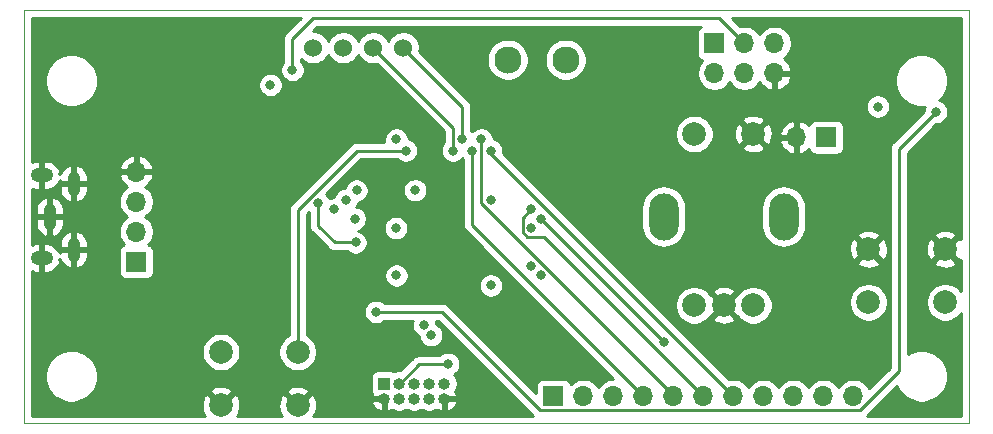
<source format=gbr>
G04 #@! TF.GenerationSoftware,KiCad,Pcbnew,(5.1.9)-1*
G04 #@! TF.CreationDate,2021-03-07T21:45:31-03:00*
G04 #@! TF.ProjectId,V0_Display,56305f44-6973-4706-9c61-792e6b696361,rev?*
G04 #@! TF.SameCoordinates,Original*
G04 #@! TF.FileFunction,Copper,L3,Inr*
G04 #@! TF.FilePolarity,Positive*
%FSLAX46Y46*%
G04 Gerber Fmt 4.6, Leading zero omitted, Abs format (unit mm)*
G04 Created by KiCad (PCBNEW (5.1.9)-1) date 2021-03-07 21:45:31*
%MOMM*%
%LPD*%
G01*
G04 APERTURE LIST*
G04 #@! TA.AperFunction,Profile*
%ADD10C,0.050000*%
G04 #@! TD*
G04 #@! TA.AperFunction,ComponentPad*
%ADD11C,1.524000*%
G04 #@! TD*
G04 #@! TA.AperFunction,ComponentPad*
%ADD12O,2.500000X4.000000*%
G04 #@! TD*
G04 #@! TA.AperFunction,ComponentPad*
%ADD13C,2.000000*%
G04 #@! TD*
G04 #@! TA.AperFunction,ComponentPad*
%ADD14O,1.700000X1.700000*%
G04 #@! TD*
G04 #@! TA.AperFunction,ComponentPad*
%ADD15R,1.700000X1.700000*%
G04 #@! TD*
G04 #@! TA.AperFunction,ComponentPad*
%ADD16O,1.100000X2.200000*%
G04 #@! TD*
G04 #@! TA.AperFunction,ComponentPad*
%ADD17O,1.100000X2.000000*%
G04 #@! TD*
G04 #@! TA.AperFunction,ComponentPad*
%ADD18O,1.900000X1.200000*%
G04 #@! TD*
G04 #@! TA.AperFunction,ComponentPad*
%ADD19O,1.000000X1.000000*%
G04 #@! TD*
G04 #@! TA.AperFunction,ComponentPad*
%ADD20R,1.000000X1.000000*%
G04 #@! TD*
G04 #@! TA.AperFunction,ComponentPad*
%ADD21C,2.300000*%
G04 #@! TD*
G04 #@! TA.AperFunction,ViaPad*
%ADD22C,0.800000*%
G04 #@! TD*
G04 #@! TA.AperFunction,Conductor*
%ADD23C,0.250000*%
G04 #@! TD*
G04 #@! TA.AperFunction,Conductor*
%ADD24C,0.254000*%
G04 #@! TD*
G04 #@! TA.AperFunction,Conductor*
%ADD25C,0.100000*%
G04 #@! TD*
G04 APERTURE END LIST*
D10*
X85170000Y-84650000D02*
X85170000Y-49650000D01*
X165170000Y-84650000D02*
X85170000Y-84650000D01*
X165170000Y-49650000D02*
X165170000Y-84650000D01*
X85170000Y-49650000D02*
X165170000Y-49650000D01*
D11*
X117280000Y-52850000D03*
X114740000Y-52850000D03*
X112200000Y-52850000D03*
X109660000Y-52850000D03*
D12*
X149500000Y-67150000D03*
X139340000Y-67150000D03*
D13*
X146920000Y-60150000D03*
X141920000Y-60150000D03*
X146920000Y-74650000D03*
X144420000Y-74650000D03*
X141920000Y-74650000D03*
X163170000Y-69900000D03*
X163170000Y-74400000D03*
X156670000Y-69900000D03*
X156670000Y-74400000D03*
X101852000Y-78605400D03*
X101852000Y-83105400D03*
X108352000Y-78605400D03*
X108352000Y-83105400D03*
D14*
X150575000Y-60445000D03*
D15*
X153115000Y-60445000D03*
D14*
X94670000Y-63340000D03*
X94670000Y-65880000D03*
X94670000Y-68420000D03*
D15*
X94670000Y-70960000D03*
D16*
X87350500Y-67150000D03*
D17*
X89382500Y-69944000D03*
D18*
X86682500Y-63650000D03*
X86682500Y-70650000D03*
D17*
X89382500Y-64356000D03*
D14*
X155400000Y-82347200D03*
X152860000Y-82347200D03*
X150320000Y-82347200D03*
X147780000Y-82347200D03*
X145240000Y-82347200D03*
X142700000Y-82347200D03*
X140160000Y-82347200D03*
X137620000Y-82347200D03*
X135080000Y-82347200D03*
X132540000Y-82347200D03*
D15*
X130000000Y-82347200D03*
D14*
X148712600Y-55008800D03*
X148712600Y-52468800D03*
X146172600Y-55008800D03*
X146172600Y-52468800D03*
X143632600Y-55008800D03*
D15*
X143632600Y-52468800D03*
D19*
X120747200Y-82550400D03*
X120747200Y-81280400D03*
X119477200Y-82550400D03*
X119477200Y-81280400D03*
X118207200Y-82550400D03*
X118207200Y-81280400D03*
X116937200Y-82550400D03*
X116937200Y-81280400D03*
X115667200Y-82550400D03*
D20*
X115667200Y-81280400D03*
D21*
X131032000Y-53865800D03*
X126132000Y-53865800D03*
D22*
X120696400Y-68928000D03*
X161370000Y-62350000D03*
X163275000Y-62350000D03*
X106040600Y-55999400D03*
X157470000Y-57828200D03*
X118296400Y-64914800D03*
X124735000Y-65728000D03*
X116657800Y-68128000D03*
X124696400Y-72966600D03*
X116696400Y-72128000D03*
X122296400Y-60600000D03*
X121496400Y-61550000D03*
X113178000Y-67328000D03*
X114996400Y-75201800D03*
X162370000Y-58285400D03*
X117496400Y-61550000D03*
X128976800Y-72128000D03*
X128113200Y-71328000D03*
X116696400Y-60600000D03*
X113254200Y-69334400D03*
X110053800Y-65956200D03*
X119655000Y-77183000D03*
X119045400Y-76319400D03*
X128113200Y-68128000D03*
X128976800Y-67328000D03*
X139365400Y-77741800D03*
X124696400Y-61550000D03*
X128113200Y-66528000D03*
X123896400Y-60600000D03*
X123096400Y-61550000D03*
X112441400Y-65728000D03*
X111450800Y-66528000D03*
X107894800Y-54729400D03*
X113330400Y-64928000D03*
X121077400Y-79621400D03*
D23*
X122296400Y-57866400D02*
X117280000Y-52850000D01*
X122296400Y-60600000D02*
X122296400Y-57866400D01*
X121496400Y-59606400D02*
X114740000Y-52850000D01*
X121496400Y-61550000D02*
X121496400Y-59606400D01*
X159244999Y-80241203D02*
X159244999Y-61410401D01*
X159244999Y-61410401D02*
X162370000Y-58285400D01*
X155964001Y-83522201D02*
X159244999Y-80241203D01*
X120569598Y-75201800D02*
X128889999Y-83522201D01*
X128889999Y-83522201D02*
X155964001Y-83522201D01*
X114996400Y-75201800D02*
X120569598Y-75201800D01*
X113386998Y-61550000D02*
X117496400Y-61550000D01*
X108352000Y-66584998D02*
X113386998Y-61550000D01*
X108352000Y-78605400D02*
X108352000Y-66584998D01*
X110053800Y-66134000D02*
X110053800Y-65956200D01*
X113254200Y-69334400D02*
X111476200Y-69334400D01*
X110053800Y-67912000D02*
X110053800Y-65956200D01*
X111476200Y-69334400D02*
X110053800Y-67912000D01*
X128976800Y-67353200D02*
X128976800Y-67328000D01*
X139365400Y-77741800D02*
X128976800Y-67353200D01*
X124696400Y-61803600D02*
X124696400Y-61550000D01*
X145240000Y-82347200D02*
X124696400Y-61803600D01*
X127388199Y-67253001D02*
X128113200Y-66528000D01*
X127765199Y-68853001D02*
X127388199Y-68476001D01*
X129205801Y-68853001D02*
X127765199Y-68853001D01*
X127388199Y-68476001D02*
X127388199Y-67253001D01*
X142700000Y-82347200D02*
X129205801Y-68853001D01*
X123821401Y-60674999D02*
X123896400Y-60600000D01*
X123971399Y-60674999D02*
X123896400Y-60600000D01*
X123896400Y-65974598D02*
X123896400Y-60600000D01*
X140160000Y-82238198D02*
X123896400Y-65974598D01*
X140160000Y-82347200D02*
X140160000Y-82238198D01*
X123096400Y-67823600D02*
X123096400Y-61550000D01*
X137620000Y-82347200D02*
X123096400Y-67823600D01*
X146172600Y-52468800D02*
X144013600Y-50309800D01*
X144013600Y-50309800D02*
X109672800Y-50309800D01*
X107894800Y-52087800D02*
X107894800Y-54729400D01*
X109672800Y-50309800D02*
X107894800Y-52087800D01*
X118645198Y-79621400D02*
X121077400Y-79621400D01*
X116986198Y-81280400D02*
X118645198Y-79621400D01*
X116937200Y-81280400D02*
X116986198Y-81280400D01*
D24*
X164510001Y-69018292D02*
X164305413Y-68944192D01*
X163349605Y-69900000D01*
X164305413Y-70855808D01*
X164510001Y-70781708D01*
X164510001Y-73462531D01*
X164439987Y-73357748D01*
X164212252Y-73130013D01*
X163944463Y-72951082D01*
X163646912Y-72827832D01*
X163331033Y-72765000D01*
X163008967Y-72765000D01*
X162693088Y-72827832D01*
X162395537Y-72951082D01*
X162127748Y-73130013D01*
X161900013Y-73357748D01*
X161721082Y-73625537D01*
X161597832Y-73923088D01*
X161535000Y-74238967D01*
X161535000Y-74561033D01*
X161597832Y-74876912D01*
X161721082Y-75174463D01*
X161900013Y-75442252D01*
X162127748Y-75669987D01*
X162395537Y-75848918D01*
X162693088Y-75972168D01*
X163008967Y-76035000D01*
X163331033Y-76035000D01*
X163646912Y-75972168D01*
X163944463Y-75848918D01*
X164212252Y-75669987D01*
X164439987Y-75442252D01*
X164510001Y-75337469D01*
X164510001Y-83990000D01*
X156571003Y-83990000D01*
X159090654Y-81470350D01*
X159189369Y-81708669D01*
X159433962Y-82074729D01*
X159745271Y-82386038D01*
X160111331Y-82630631D01*
X160518075Y-82799110D01*
X160949872Y-82885000D01*
X161390128Y-82885000D01*
X161821925Y-82799110D01*
X162228669Y-82630631D01*
X162594729Y-82386038D01*
X162906038Y-82074729D01*
X163150631Y-81708669D01*
X163319110Y-81301925D01*
X163405000Y-80870128D01*
X163405000Y-80429872D01*
X163319110Y-79998075D01*
X163150631Y-79591331D01*
X162906038Y-79225271D01*
X162594729Y-78913962D01*
X162228669Y-78669369D01*
X161821925Y-78500890D01*
X161390128Y-78415000D01*
X160949872Y-78415000D01*
X160518075Y-78500890D01*
X160111331Y-78669369D01*
X160004999Y-78740418D01*
X160004999Y-71035413D01*
X162214192Y-71035413D01*
X162309956Y-71299814D01*
X162599571Y-71440704D01*
X162911108Y-71522384D01*
X163232595Y-71541718D01*
X163551675Y-71497961D01*
X163856088Y-71392795D01*
X164030044Y-71299814D01*
X164125808Y-71035413D01*
X163170000Y-70079605D01*
X162214192Y-71035413D01*
X160004999Y-71035413D01*
X160004999Y-69962595D01*
X161528282Y-69962595D01*
X161572039Y-70281675D01*
X161677205Y-70586088D01*
X161770186Y-70760044D01*
X162034587Y-70855808D01*
X162990395Y-69900000D01*
X162034587Y-68944192D01*
X161770186Y-69039956D01*
X161629296Y-69329571D01*
X161547616Y-69641108D01*
X161528282Y-69962595D01*
X160004999Y-69962595D01*
X160004999Y-68764587D01*
X162214192Y-68764587D01*
X163170000Y-69720395D01*
X164125808Y-68764587D01*
X164030044Y-68500186D01*
X163740429Y-68359296D01*
X163428892Y-68277616D01*
X163107405Y-68258282D01*
X162788325Y-68302039D01*
X162483912Y-68407205D01*
X162309956Y-68500186D01*
X162214192Y-68764587D01*
X160004999Y-68764587D01*
X160004999Y-61725202D01*
X162409802Y-59320400D01*
X162471939Y-59320400D01*
X162671898Y-59280626D01*
X162860256Y-59202605D01*
X163029774Y-59089337D01*
X163173937Y-58945174D01*
X163287205Y-58775656D01*
X163365226Y-58587298D01*
X163405000Y-58387339D01*
X163405000Y-58183461D01*
X163365226Y-57983502D01*
X163287205Y-57795144D01*
X163173937Y-57625626D01*
X163029774Y-57481463D01*
X162860256Y-57368195D01*
X162685117Y-57295650D01*
X162906038Y-57074729D01*
X163150631Y-56708669D01*
X163319110Y-56301925D01*
X163405000Y-55870128D01*
X163405000Y-55429872D01*
X163319110Y-54998075D01*
X163150631Y-54591331D01*
X162906038Y-54225271D01*
X162594729Y-53913962D01*
X162228669Y-53669369D01*
X161821925Y-53500890D01*
X161390128Y-53415000D01*
X160949872Y-53415000D01*
X160518075Y-53500890D01*
X160111331Y-53669369D01*
X159745271Y-53913962D01*
X159433962Y-54225271D01*
X159189369Y-54591331D01*
X159020890Y-54998075D01*
X158935000Y-55429872D01*
X158935000Y-55870128D01*
X159020890Y-56301925D01*
X159189369Y-56708669D01*
X159433962Y-57074729D01*
X159745271Y-57386038D01*
X160111331Y-57630631D01*
X160518075Y-57799110D01*
X160949872Y-57885000D01*
X161390128Y-57885000D01*
X161417860Y-57879484D01*
X161374774Y-57983502D01*
X161335000Y-58183461D01*
X161335000Y-58245598D01*
X158733997Y-60846602D01*
X158704999Y-60870400D01*
X158681201Y-60899398D01*
X158681200Y-60899399D01*
X158610025Y-60986125D01*
X158539453Y-61118155D01*
X158516977Y-61192252D01*
X158500036Y-61248102D01*
X158495997Y-61261416D01*
X158481323Y-61410401D01*
X158485000Y-61447734D01*
X158484999Y-79926401D01*
X156731110Y-81680291D01*
X156715990Y-81643789D01*
X156553475Y-81400568D01*
X156346632Y-81193725D01*
X156103411Y-81031210D01*
X155833158Y-80919268D01*
X155546260Y-80862200D01*
X155253740Y-80862200D01*
X154966842Y-80919268D01*
X154696589Y-81031210D01*
X154453368Y-81193725D01*
X154246525Y-81400568D01*
X154130000Y-81574960D01*
X154013475Y-81400568D01*
X153806632Y-81193725D01*
X153563411Y-81031210D01*
X153293158Y-80919268D01*
X153006260Y-80862200D01*
X152713740Y-80862200D01*
X152426842Y-80919268D01*
X152156589Y-81031210D01*
X151913368Y-81193725D01*
X151706525Y-81400568D01*
X151590000Y-81574960D01*
X151473475Y-81400568D01*
X151266632Y-81193725D01*
X151023411Y-81031210D01*
X150753158Y-80919268D01*
X150466260Y-80862200D01*
X150173740Y-80862200D01*
X149886842Y-80919268D01*
X149616589Y-81031210D01*
X149373368Y-81193725D01*
X149166525Y-81400568D01*
X149050000Y-81574960D01*
X148933475Y-81400568D01*
X148726632Y-81193725D01*
X148483411Y-81031210D01*
X148213158Y-80919268D01*
X147926260Y-80862200D01*
X147633740Y-80862200D01*
X147346842Y-80919268D01*
X147076589Y-81031210D01*
X146833368Y-81193725D01*
X146626525Y-81400568D01*
X146510000Y-81574960D01*
X146393475Y-81400568D01*
X146186632Y-81193725D01*
X145943411Y-81031210D01*
X145673158Y-80919268D01*
X145386260Y-80862200D01*
X145093740Y-80862200D01*
X144873592Y-80905990D01*
X138456569Y-74488967D01*
X140285000Y-74488967D01*
X140285000Y-74811033D01*
X140347832Y-75126912D01*
X140471082Y-75424463D01*
X140650013Y-75692252D01*
X140877748Y-75919987D01*
X141145537Y-76098918D01*
X141443088Y-76222168D01*
X141758967Y-76285000D01*
X142081033Y-76285000D01*
X142396912Y-76222168D01*
X142694463Y-76098918D01*
X142962252Y-75919987D01*
X143096826Y-75785413D01*
X143464192Y-75785413D01*
X143559956Y-76049814D01*
X143849571Y-76190704D01*
X144161108Y-76272384D01*
X144482595Y-76291718D01*
X144801675Y-76247961D01*
X145106088Y-76142795D01*
X145280044Y-76049814D01*
X145375808Y-75785413D01*
X144420000Y-74829605D01*
X143464192Y-75785413D01*
X143096826Y-75785413D01*
X143189987Y-75692252D01*
X143254925Y-75595065D01*
X143284587Y-75605808D01*
X144240395Y-74650000D01*
X144599605Y-74650000D01*
X145555413Y-75605808D01*
X145585075Y-75595065D01*
X145650013Y-75692252D01*
X145877748Y-75919987D01*
X146145537Y-76098918D01*
X146443088Y-76222168D01*
X146758967Y-76285000D01*
X147081033Y-76285000D01*
X147396912Y-76222168D01*
X147694463Y-76098918D01*
X147962252Y-75919987D01*
X148189987Y-75692252D01*
X148368918Y-75424463D01*
X148492168Y-75126912D01*
X148555000Y-74811033D01*
X148555000Y-74488967D01*
X148505273Y-74238967D01*
X155035000Y-74238967D01*
X155035000Y-74561033D01*
X155097832Y-74876912D01*
X155221082Y-75174463D01*
X155400013Y-75442252D01*
X155627748Y-75669987D01*
X155895537Y-75848918D01*
X156193088Y-75972168D01*
X156508967Y-76035000D01*
X156831033Y-76035000D01*
X157146912Y-75972168D01*
X157444463Y-75848918D01*
X157712252Y-75669987D01*
X157939987Y-75442252D01*
X158118918Y-75174463D01*
X158242168Y-74876912D01*
X158305000Y-74561033D01*
X158305000Y-74238967D01*
X158242168Y-73923088D01*
X158118918Y-73625537D01*
X157939987Y-73357748D01*
X157712252Y-73130013D01*
X157444463Y-72951082D01*
X157146912Y-72827832D01*
X156831033Y-72765000D01*
X156508967Y-72765000D01*
X156193088Y-72827832D01*
X155895537Y-72951082D01*
X155627748Y-73130013D01*
X155400013Y-73357748D01*
X155221082Y-73625537D01*
X155097832Y-73923088D01*
X155035000Y-74238967D01*
X148505273Y-74238967D01*
X148492168Y-74173088D01*
X148368918Y-73875537D01*
X148189987Y-73607748D01*
X147962252Y-73380013D01*
X147694463Y-73201082D01*
X147396912Y-73077832D01*
X147081033Y-73015000D01*
X146758967Y-73015000D01*
X146443088Y-73077832D01*
X146145537Y-73201082D01*
X145877748Y-73380013D01*
X145650013Y-73607748D01*
X145585075Y-73704935D01*
X145555413Y-73694192D01*
X144599605Y-74650000D01*
X144240395Y-74650000D01*
X143284587Y-73694192D01*
X143254925Y-73704935D01*
X143189987Y-73607748D01*
X143096826Y-73514587D01*
X143464192Y-73514587D01*
X144420000Y-74470395D01*
X145375808Y-73514587D01*
X145280044Y-73250186D01*
X144990429Y-73109296D01*
X144678892Y-73027616D01*
X144357405Y-73008282D01*
X144038325Y-73052039D01*
X143733912Y-73157205D01*
X143559956Y-73250186D01*
X143464192Y-73514587D01*
X143096826Y-73514587D01*
X142962252Y-73380013D01*
X142694463Y-73201082D01*
X142396912Y-73077832D01*
X142081033Y-73015000D01*
X141758967Y-73015000D01*
X141443088Y-73077832D01*
X141145537Y-73201082D01*
X140877748Y-73380013D01*
X140650013Y-73607748D01*
X140471082Y-73875537D01*
X140347832Y-74173088D01*
X140285000Y-74488967D01*
X138456569Y-74488967D01*
X135003015Y-71035413D01*
X155714192Y-71035413D01*
X155809956Y-71299814D01*
X156099571Y-71440704D01*
X156411108Y-71522384D01*
X156732595Y-71541718D01*
X157051675Y-71497961D01*
X157356088Y-71392795D01*
X157530044Y-71299814D01*
X157625808Y-71035413D01*
X156670000Y-70079605D01*
X155714192Y-71035413D01*
X135003015Y-71035413D01*
X133930197Y-69962595D01*
X155028282Y-69962595D01*
X155072039Y-70281675D01*
X155177205Y-70586088D01*
X155270186Y-70760044D01*
X155534587Y-70855808D01*
X156490395Y-69900000D01*
X156849605Y-69900000D01*
X157805413Y-70855808D01*
X158069814Y-70760044D01*
X158210704Y-70470429D01*
X158292384Y-70158892D01*
X158311718Y-69837405D01*
X158267961Y-69518325D01*
X158162795Y-69213912D01*
X158069814Y-69039956D01*
X157805413Y-68944192D01*
X156849605Y-69900000D01*
X156490395Y-69900000D01*
X155534587Y-68944192D01*
X155270186Y-69039956D01*
X155129296Y-69329571D01*
X155047616Y-69641108D01*
X155028282Y-69962595D01*
X133930197Y-69962595D01*
X130275006Y-66307404D01*
X137455000Y-66307404D01*
X137455000Y-67992597D01*
X137482275Y-68269524D01*
X137590062Y-68624848D01*
X137765098Y-68952317D01*
X138000656Y-69239345D01*
X138287684Y-69474903D01*
X138615153Y-69649939D01*
X138970477Y-69757725D01*
X139340000Y-69794120D01*
X139709524Y-69757725D01*
X140064848Y-69649939D01*
X140392317Y-69474903D01*
X140679345Y-69239345D01*
X140914903Y-68952317D01*
X141089939Y-68624848D01*
X141197725Y-68269524D01*
X141225000Y-67992597D01*
X141225000Y-66307403D01*
X147615000Y-66307403D01*
X147615000Y-67992596D01*
X147642275Y-68269523D01*
X147750061Y-68624847D01*
X147925097Y-68952317D01*
X148160655Y-69239345D01*
X148447683Y-69474903D01*
X148775152Y-69649939D01*
X149130476Y-69757725D01*
X149500000Y-69794120D01*
X149869523Y-69757725D01*
X150224847Y-69649939D01*
X150552317Y-69474903D01*
X150839345Y-69239345D01*
X151074903Y-68952317D01*
X151175246Y-68764587D01*
X155714192Y-68764587D01*
X156670000Y-69720395D01*
X157625808Y-68764587D01*
X157530044Y-68500186D01*
X157240429Y-68359296D01*
X156928892Y-68277616D01*
X156607405Y-68258282D01*
X156288325Y-68302039D01*
X155983912Y-68407205D01*
X155809956Y-68500186D01*
X155714192Y-68764587D01*
X151175246Y-68764587D01*
X151249939Y-68624848D01*
X151357725Y-68269524D01*
X151385000Y-67992597D01*
X151385000Y-66307403D01*
X151357725Y-66030476D01*
X151249939Y-65675152D01*
X151074903Y-65347683D01*
X150839345Y-65060655D01*
X150552317Y-64825097D01*
X150224848Y-64650061D01*
X149869524Y-64542275D01*
X149500000Y-64505880D01*
X149130477Y-64542275D01*
X148775153Y-64650061D01*
X148447684Y-64825097D01*
X148160656Y-65060655D01*
X147925098Y-65347683D01*
X147750062Y-65675152D01*
X147642275Y-66030476D01*
X147615000Y-66307403D01*
X141225000Y-66307403D01*
X141197725Y-66030476D01*
X141089939Y-65675152D01*
X140914903Y-65347683D01*
X140679345Y-65060655D01*
X140392317Y-64825097D01*
X140064847Y-64650061D01*
X139709523Y-64542275D01*
X139340000Y-64505880D01*
X138970476Y-64542275D01*
X138615152Y-64650061D01*
X138287683Y-64825097D01*
X138000655Y-65060655D01*
X137765097Y-65347683D01*
X137590061Y-65675153D01*
X137482275Y-66030477D01*
X137455000Y-66307404D01*
X130275006Y-66307404D01*
X125712841Y-61745240D01*
X125731400Y-61651939D01*
X125731400Y-61448061D01*
X125691626Y-61248102D01*
X125613605Y-61059744D01*
X125500337Y-60890226D01*
X125356174Y-60746063D01*
X125186656Y-60632795D01*
X124998298Y-60554774D01*
X124931400Y-60541467D01*
X124931400Y-60498061D01*
X124891626Y-60298102D01*
X124813605Y-60109744D01*
X124732905Y-59988967D01*
X140285000Y-59988967D01*
X140285000Y-60311033D01*
X140347832Y-60626912D01*
X140471082Y-60924463D01*
X140650013Y-61192252D01*
X140877748Y-61419987D01*
X141145537Y-61598918D01*
X141443088Y-61722168D01*
X141758967Y-61785000D01*
X142081033Y-61785000D01*
X142396912Y-61722168D01*
X142694463Y-61598918D01*
X142962252Y-61419987D01*
X143096826Y-61285413D01*
X145964192Y-61285413D01*
X146059956Y-61549814D01*
X146349571Y-61690704D01*
X146661108Y-61772384D01*
X146982595Y-61791718D01*
X147301675Y-61747961D01*
X147606088Y-61642795D01*
X147780044Y-61549814D01*
X147875808Y-61285413D01*
X146920000Y-60329605D01*
X145964192Y-61285413D01*
X143096826Y-61285413D01*
X143189987Y-61192252D01*
X143368918Y-60924463D01*
X143492168Y-60626912D01*
X143555000Y-60311033D01*
X143555000Y-60212595D01*
X145278282Y-60212595D01*
X145322039Y-60531675D01*
X145427205Y-60836088D01*
X145520186Y-61010044D01*
X145784587Y-61105808D01*
X146740395Y-60150000D01*
X147099605Y-60150000D01*
X148055413Y-61105808D01*
X148319814Y-61010044D01*
X148421074Y-60801891D01*
X149133519Y-60801891D01*
X149230843Y-61076252D01*
X149379822Y-61326355D01*
X149574731Y-61542588D01*
X149808080Y-61716641D01*
X150070901Y-61841825D01*
X150218110Y-61886476D01*
X150448000Y-61765155D01*
X150448000Y-60572000D01*
X149254186Y-60572000D01*
X149133519Y-60801891D01*
X148421074Y-60801891D01*
X148460704Y-60720429D01*
X148542384Y-60408892D01*
X148561675Y-60088109D01*
X149133519Y-60088109D01*
X149254186Y-60318000D01*
X150448000Y-60318000D01*
X150448000Y-59124845D01*
X150702000Y-59124845D01*
X150702000Y-60318000D01*
X150722000Y-60318000D01*
X150722000Y-60572000D01*
X150702000Y-60572000D01*
X150702000Y-61765155D01*
X150931890Y-61886476D01*
X151079099Y-61841825D01*
X151341920Y-61716641D01*
X151575269Y-61542588D01*
X151651034Y-61458534D01*
X151675498Y-61539180D01*
X151734463Y-61649494D01*
X151813815Y-61746185D01*
X151910506Y-61825537D01*
X152020820Y-61884502D01*
X152140518Y-61920812D01*
X152265000Y-61933072D01*
X153965000Y-61933072D01*
X154089482Y-61920812D01*
X154209180Y-61884502D01*
X154319494Y-61825537D01*
X154416185Y-61746185D01*
X154495537Y-61649494D01*
X154554502Y-61539180D01*
X154590812Y-61419482D01*
X154603072Y-61295000D01*
X154603072Y-59595000D01*
X154590812Y-59470518D01*
X154554502Y-59350820D01*
X154495537Y-59240506D01*
X154416185Y-59143815D01*
X154319494Y-59064463D01*
X154209180Y-59005498D01*
X154089482Y-58969188D01*
X153965000Y-58956928D01*
X152265000Y-58956928D01*
X152140518Y-58969188D01*
X152020820Y-59005498D01*
X151910506Y-59064463D01*
X151813815Y-59143815D01*
X151734463Y-59240506D01*
X151675498Y-59350820D01*
X151651034Y-59431466D01*
X151575269Y-59347412D01*
X151341920Y-59173359D01*
X151079099Y-59048175D01*
X150931890Y-59003524D01*
X150702000Y-59124845D01*
X150448000Y-59124845D01*
X150218110Y-59003524D01*
X150070901Y-59048175D01*
X149808080Y-59173359D01*
X149574731Y-59347412D01*
X149379822Y-59563645D01*
X149230843Y-59813748D01*
X149133519Y-60088109D01*
X148561675Y-60088109D01*
X148561718Y-60087405D01*
X148517961Y-59768325D01*
X148412795Y-59463912D01*
X148319814Y-59289956D01*
X148055413Y-59194192D01*
X147099605Y-60150000D01*
X146740395Y-60150000D01*
X145784587Y-59194192D01*
X145520186Y-59289956D01*
X145379296Y-59579571D01*
X145297616Y-59891108D01*
X145278282Y-60212595D01*
X143555000Y-60212595D01*
X143555000Y-59988967D01*
X143492168Y-59673088D01*
X143368918Y-59375537D01*
X143189987Y-59107748D01*
X143096826Y-59014587D01*
X145964192Y-59014587D01*
X146920000Y-59970395D01*
X147875808Y-59014587D01*
X147780044Y-58750186D01*
X147490429Y-58609296D01*
X147178892Y-58527616D01*
X146857405Y-58508282D01*
X146538325Y-58552039D01*
X146233912Y-58657205D01*
X146059956Y-58750186D01*
X145964192Y-59014587D01*
X143096826Y-59014587D01*
X142962252Y-58880013D01*
X142694463Y-58701082D01*
X142396912Y-58577832D01*
X142081033Y-58515000D01*
X141758967Y-58515000D01*
X141443088Y-58577832D01*
X141145537Y-58701082D01*
X140877748Y-58880013D01*
X140650013Y-59107748D01*
X140471082Y-59375537D01*
X140347832Y-59673088D01*
X140285000Y-59988967D01*
X124732905Y-59988967D01*
X124700337Y-59940226D01*
X124556174Y-59796063D01*
X124386656Y-59682795D01*
X124198298Y-59604774D01*
X123998339Y-59565000D01*
X123794461Y-59565000D01*
X123594502Y-59604774D01*
X123406144Y-59682795D01*
X123236626Y-59796063D01*
X123096400Y-59936289D01*
X123056400Y-59896289D01*
X123056400Y-57903723D01*
X123060076Y-57866400D01*
X123056400Y-57829077D01*
X123056400Y-57829067D01*
X123046275Y-57726261D01*
X156435000Y-57726261D01*
X156435000Y-57930139D01*
X156474774Y-58130098D01*
X156552795Y-58318456D01*
X156666063Y-58487974D01*
X156810226Y-58632137D01*
X156979744Y-58745405D01*
X157168102Y-58823426D01*
X157368061Y-58863200D01*
X157571939Y-58863200D01*
X157771898Y-58823426D01*
X157960256Y-58745405D01*
X158129774Y-58632137D01*
X158273937Y-58487974D01*
X158387205Y-58318456D01*
X158465226Y-58130098D01*
X158505000Y-57930139D01*
X158505000Y-57726261D01*
X158465226Y-57526302D01*
X158387205Y-57337944D01*
X158273937Y-57168426D01*
X158129774Y-57024263D01*
X157960256Y-56910995D01*
X157771898Y-56832974D01*
X157571939Y-56793200D01*
X157368061Y-56793200D01*
X157168102Y-56832974D01*
X156979744Y-56910995D01*
X156810226Y-57024263D01*
X156666063Y-57168426D01*
X156552795Y-57337944D01*
X156474774Y-57526302D01*
X156435000Y-57726261D01*
X123046275Y-57726261D01*
X123045403Y-57717414D01*
X123001946Y-57574153D01*
X122973922Y-57521724D01*
X122931374Y-57442123D01*
X122860199Y-57355397D01*
X122836401Y-57326399D01*
X122807403Y-57302601D01*
X119194795Y-53689993D01*
X124347000Y-53689993D01*
X124347000Y-54041607D01*
X124415596Y-54386465D01*
X124550153Y-54711315D01*
X124745500Y-55003671D01*
X124994129Y-55252300D01*
X125286485Y-55447647D01*
X125611335Y-55582204D01*
X125956193Y-55650800D01*
X126307807Y-55650800D01*
X126652665Y-55582204D01*
X126977515Y-55447647D01*
X127269871Y-55252300D01*
X127518500Y-55003671D01*
X127713847Y-54711315D01*
X127848404Y-54386465D01*
X127917000Y-54041607D01*
X127917000Y-53689993D01*
X129247000Y-53689993D01*
X129247000Y-54041607D01*
X129315596Y-54386465D01*
X129450153Y-54711315D01*
X129645500Y-55003671D01*
X129894129Y-55252300D01*
X130186485Y-55447647D01*
X130511335Y-55582204D01*
X130856193Y-55650800D01*
X131207807Y-55650800D01*
X131552665Y-55582204D01*
X131877515Y-55447647D01*
X132169871Y-55252300D01*
X132418500Y-55003671D01*
X132613847Y-54711315D01*
X132748404Y-54386465D01*
X132817000Y-54041607D01*
X132817000Y-53689993D01*
X132748404Y-53345135D01*
X132613847Y-53020285D01*
X132418500Y-52727929D01*
X132169871Y-52479300D01*
X131877515Y-52283953D01*
X131552665Y-52149396D01*
X131207807Y-52080800D01*
X130856193Y-52080800D01*
X130511335Y-52149396D01*
X130186485Y-52283953D01*
X129894129Y-52479300D01*
X129645500Y-52727929D01*
X129450153Y-53020285D01*
X129315596Y-53345135D01*
X129247000Y-53689993D01*
X127917000Y-53689993D01*
X127848404Y-53345135D01*
X127713847Y-53020285D01*
X127518500Y-52727929D01*
X127269871Y-52479300D01*
X126977515Y-52283953D01*
X126652665Y-52149396D01*
X126307807Y-52080800D01*
X125956193Y-52080800D01*
X125611335Y-52149396D01*
X125286485Y-52283953D01*
X124994129Y-52479300D01*
X124745500Y-52727929D01*
X124550153Y-53020285D01*
X124415596Y-53345135D01*
X124347000Y-53689993D01*
X119194795Y-53689993D01*
X118646372Y-53141571D01*
X118677000Y-52987592D01*
X118677000Y-52712408D01*
X118623314Y-52442510D01*
X118518005Y-52188273D01*
X118365120Y-51959465D01*
X118170535Y-51764880D01*
X117941727Y-51611995D01*
X117687490Y-51506686D01*
X117417592Y-51453000D01*
X117142408Y-51453000D01*
X116872510Y-51506686D01*
X116618273Y-51611995D01*
X116389465Y-51764880D01*
X116194880Y-51959465D01*
X116041995Y-52188273D01*
X116010000Y-52265515D01*
X115978005Y-52188273D01*
X115825120Y-51959465D01*
X115630535Y-51764880D01*
X115401727Y-51611995D01*
X115147490Y-51506686D01*
X114877592Y-51453000D01*
X114602408Y-51453000D01*
X114332510Y-51506686D01*
X114078273Y-51611995D01*
X113849465Y-51764880D01*
X113654880Y-51959465D01*
X113501995Y-52188273D01*
X113470000Y-52265515D01*
X113438005Y-52188273D01*
X113285120Y-51959465D01*
X113090535Y-51764880D01*
X112861727Y-51611995D01*
X112607490Y-51506686D01*
X112337592Y-51453000D01*
X112062408Y-51453000D01*
X111792510Y-51506686D01*
X111538273Y-51611995D01*
X111309465Y-51764880D01*
X111114880Y-51959465D01*
X110961995Y-52188273D01*
X110930000Y-52265515D01*
X110898005Y-52188273D01*
X110745120Y-51959465D01*
X110550535Y-51764880D01*
X110321727Y-51611995D01*
X110067490Y-51506686D01*
X109797592Y-51453000D01*
X109604402Y-51453000D01*
X109987602Y-51069800D01*
X142462647Y-51069800D01*
X142428106Y-51088263D01*
X142331415Y-51167615D01*
X142252063Y-51264306D01*
X142193098Y-51374620D01*
X142156788Y-51494318D01*
X142144528Y-51618800D01*
X142144528Y-53318800D01*
X142156788Y-53443282D01*
X142193098Y-53562980D01*
X142252063Y-53673294D01*
X142331415Y-53769985D01*
X142428106Y-53849337D01*
X142538420Y-53908302D01*
X142610980Y-53930313D01*
X142479125Y-54062168D01*
X142316610Y-54305389D01*
X142204668Y-54575642D01*
X142147600Y-54862540D01*
X142147600Y-55155060D01*
X142204668Y-55441958D01*
X142316610Y-55712211D01*
X142479125Y-55955432D01*
X142685968Y-56162275D01*
X142929189Y-56324790D01*
X143199442Y-56436732D01*
X143486340Y-56493800D01*
X143778860Y-56493800D01*
X144065758Y-56436732D01*
X144336011Y-56324790D01*
X144579232Y-56162275D01*
X144786075Y-55955432D01*
X144902600Y-55781040D01*
X145019125Y-55955432D01*
X145225968Y-56162275D01*
X145469189Y-56324790D01*
X145739442Y-56436732D01*
X146026340Y-56493800D01*
X146318860Y-56493800D01*
X146605758Y-56436732D01*
X146876011Y-56324790D01*
X147119232Y-56162275D01*
X147326075Y-55955432D01*
X147447795Y-55773266D01*
X147517422Y-55890155D01*
X147712331Y-56106388D01*
X147945680Y-56280441D01*
X148208501Y-56405625D01*
X148355710Y-56450276D01*
X148585600Y-56328955D01*
X148585600Y-55135800D01*
X148839600Y-55135800D01*
X148839600Y-56328955D01*
X149069490Y-56450276D01*
X149216699Y-56405625D01*
X149479520Y-56280441D01*
X149712869Y-56106388D01*
X149907778Y-55890155D01*
X150056757Y-55640052D01*
X150154081Y-55365691D01*
X150033414Y-55135800D01*
X148839600Y-55135800D01*
X148585600Y-55135800D01*
X148565600Y-55135800D01*
X148565600Y-54881800D01*
X148585600Y-54881800D01*
X148585600Y-54861800D01*
X148839600Y-54861800D01*
X148839600Y-54881800D01*
X150033414Y-54881800D01*
X150154081Y-54651909D01*
X150056757Y-54377548D01*
X149907778Y-54127445D01*
X149712869Y-53911212D01*
X149483194Y-53739900D01*
X149659232Y-53622275D01*
X149866075Y-53415432D01*
X150028590Y-53172211D01*
X150140532Y-52901958D01*
X150197600Y-52615060D01*
X150197600Y-52322540D01*
X150140532Y-52035642D01*
X150028590Y-51765389D01*
X149866075Y-51522168D01*
X149659232Y-51315325D01*
X149416011Y-51152810D01*
X149145758Y-51040868D01*
X148858860Y-50983800D01*
X148566340Y-50983800D01*
X148279442Y-51040868D01*
X148009189Y-51152810D01*
X147765968Y-51315325D01*
X147559125Y-51522168D01*
X147442600Y-51696560D01*
X147326075Y-51522168D01*
X147119232Y-51315325D01*
X146876011Y-51152810D01*
X146605758Y-51040868D01*
X146318860Y-50983800D01*
X146026340Y-50983800D01*
X145806192Y-51027590D01*
X145088601Y-50310000D01*
X164510000Y-50310000D01*
X164510001Y-69018292D01*
G04 #@! TA.AperFunction,Conductor*
D25*
G36*
X164510001Y-69018292D02*
G01*
X164305413Y-68944192D01*
X163349605Y-69900000D01*
X164305413Y-70855808D01*
X164510001Y-70781708D01*
X164510001Y-73462531D01*
X164439987Y-73357748D01*
X164212252Y-73130013D01*
X163944463Y-72951082D01*
X163646912Y-72827832D01*
X163331033Y-72765000D01*
X163008967Y-72765000D01*
X162693088Y-72827832D01*
X162395537Y-72951082D01*
X162127748Y-73130013D01*
X161900013Y-73357748D01*
X161721082Y-73625537D01*
X161597832Y-73923088D01*
X161535000Y-74238967D01*
X161535000Y-74561033D01*
X161597832Y-74876912D01*
X161721082Y-75174463D01*
X161900013Y-75442252D01*
X162127748Y-75669987D01*
X162395537Y-75848918D01*
X162693088Y-75972168D01*
X163008967Y-76035000D01*
X163331033Y-76035000D01*
X163646912Y-75972168D01*
X163944463Y-75848918D01*
X164212252Y-75669987D01*
X164439987Y-75442252D01*
X164510001Y-75337469D01*
X164510001Y-83990000D01*
X156571003Y-83990000D01*
X159090654Y-81470350D01*
X159189369Y-81708669D01*
X159433962Y-82074729D01*
X159745271Y-82386038D01*
X160111331Y-82630631D01*
X160518075Y-82799110D01*
X160949872Y-82885000D01*
X161390128Y-82885000D01*
X161821925Y-82799110D01*
X162228669Y-82630631D01*
X162594729Y-82386038D01*
X162906038Y-82074729D01*
X163150631Y-81708669D01*
X163319110Y-81301925D01*
X163405000Y-80870128D01*
X163405000Y-80429872D01*
X163319110Y-79998075D01*
X163150631Y-79591331D01*
X162906038Y-79225271D01*
X162594729Y-78913962D01*
X162228669Y-78669369D01*
X161821925Y-78500890D01*
X161390128Y-78415000D01*
X160949872Y-78415000D01*
X160518075Y-78500890D01*
X160111331Y-78669369D01*
X160004999Y-78740418D01*
X160004999Y-71035413D01*
X162214192Y-71035413D01*
X162309956Y-71299814D01*
X162599571Y-71440704D01*
X162911108Y-71522384D01*
X163232595Y-71541718D01*
X163551675Y-71497961D01*
X163856088Y-71392795D01*
X164030044Y-71299814D01*
X164125808Y-71035413D01*
X163170000Y-70079605D01*
X162214192Y-71035413D01*
X160004999Y-71035413D01*
X160004999Y-69962595D01*
X161528282Y-69962595D01*
X161572039Y-70281675D01*
X161677205Y-70586088D01*
X161770186Y-70760044D01*
X162034587Y-70855808D01*
X162990395Y-69900000D01*
X162034587Y-68944192D01*
X161770186Y-69039956D01*
X161629296Y-69329571D01*
X161547616Y-69641108D01*
X161528282Y-69962595D01*
X160004999Y-69962595D01*
X160004999Y-68764587D01*
X162214192Y-68764587D01*
X163170000Y-69720395D01*
X164125808Y-68764587D01*
X164030044Y-68500186D01*
X163740429Y-68359296D01*
X163428892Y-68277616D01*
X163107405Y-68258282D01*
X162788325Y-68302039D01*
X162483912Y-68407205D01*
X162309956Y-68500186D01*
X162214192Y-68764587D01*
X160004999Y-68764587D01*
X160004999Y-61725202D01*
X162409802Y-59320400D01*
X162471939Y-59320400D01*
X162671898Y-59280626D01*
X162860256Y-59202605D01*
X163029774Y-59089337D01*
X163173937Y-58945174D01*
X163287205Y-58775656D01*
X163365226Y-58587298D01*
X163405000Y-58387339D01*
X163405000Y-58183461D01*
X163365226Y-57983502D01*
X163287205Y-57795144D01*
X163173937Y-57625626D01*
X163029774Y-57481463D01*
X162860256Y-57368195D01*
X162685117Y-57295650D01*
X162906038Y-57074729D01*
X163150631Y-56708669D01*
X163319110Y-56301925D01*
X163405000Y-55870128D01*
X163405000Y-55429872D01*
X163319110Y-54998075D01*
X163150631Y-54591331D01*
X162906038Y-54225271D01*
X162594729Y-53913962D01*
X162228669Y-53669369D01*
X161821925Y-53500890D01*
X161390128Y-53415000D01*
X160949872Y-53415000D01*
X160518075Y-53500890D01*
X160111331Y-53669369D01*
X159745271Y-53913962D01*
X159433962Y-54225271D01*
X159189369Y-54591331D01*
X159020890Y-54998075D01*
X158935000Y-55429872D01*
X158935000Y-55870128D01*
X159020890Y-56301925D01*
X159189369Y-56708669D01*
X159433962Y-57074729D01*
X159745271Y-57386038D01*
X160111331Y-57630631D01*
X160518075Y-57799110D01*
X160949872Y-57885000D01*
X161390128Y-57885000D01*
X161417860Y-57879484D01*
X161374774Y-57983502D01*
X161335000Y-58183461D01*
X161335000Y-58245598D01*
X158733997Y-60846602D01*
X158704999Y-60870400D01*
X158681201Y-60899398D01*
X158681200Y-60899399D01*
X158610025Y-60986125D01*
X158539453Y-61118155D01*
X158516977Y-61192252D01*
X158500036Y-61248102D01*
X158495997Y-61261416D01*
X158481323Y-61410401D01*
X158485000Y-61447734D01*
X158484999Y-79926401D01*
X156731110Y-81680291D01*
X156715990Y-81643789D01*
X156553475Y-81400568D01*
X156346632Y-81193725D01*
X156103411Y-81031210D01*
X155833158Y-80919268D01*
X155546260Y-80862200D01*
X155253740Y-80862200D01*
X154966842Y-80919268D01*
X154696589Y-81031210D01*
X154453368Y-81193725D01*
X154246525Y-81400568D01*
X154130000Y-81574960D01*
X154013475Y-81400568D01*
X153806632Y-81193725D01*
X153563411Y-81031210D01*
X153293158Y-80919268D01*
X153006260Y-80862200D01*
X152713740Y-80862200D01*
X152426842Y-80919268D01*
X152156589Y-81031210D01*
X151913368Y-81193725D01*
X151706525Y-81400568D01*
X151590000Y-81574960D01*
X151473475Y-81400568D01*
X151266632Y-81193725D01*
X151023411Y-81031210D01*
X150753158Y-80919268D01*
X150466260Y-80862200D01*
X150173740Y-80862200D01*
X149886842Y-80919268D01*
X149616589Y-81031210D01*
X149373368Y-81193725D01*
X149166525Y-81400568D01*
X149050000Y-81574960D01*
X148933475Y-81400568D01*
X148726632Y-81193725D01*
X148483411Y-81031210D01*
X148213158Y-80919268D01*
X147926260Y-80862200D01*
X147633740Y-80862200D01*
X147346842Y-80919268D01*
X147076589Y-81031210D01*
X146833368Y-81193725D01*
X146626525Y-81400568D01*
X146510000Y-81574960D01*
X146393475Y-81400568D01*
X146186632Y-81193725D01*
X145943411Y-81031210D01*
X145673158Y-80919268D01*
X145386260Y-80862200D01*
X145093740Y-80862200D01*
X144873592Y-80905990D01*
X138456569Y-74488967D01*
X140285000Y-74488967D01*
X140285000Y-74811033D01*
X140347832Y-75126912D01*
X140471082Y-75424463D01*
X140650013Y-75692252D01*
X140877748Y-75919987D01*
X141145537Y-76098918D01*
X141443088Y-76222168D01*
X141758967Y-76285000D01*
X142081033Y-76285000D01*
X142396912Y-76222168D01*
X142694463Y-76098918D01*
X142962252Y-75919987D01*
X143096826Y-75785413D01*
X143464192Y-75785413D01*
X143559956Y-76049814D01*
X143849571Y-76190704D01*
X144161108Y-76272384D01*
X144482595Y-76291718D01*
X144801675Y-76247961D01*
X145106088Y-76142795D01*
X145280044Y-76049814D01*
X145375808Y-75785413D01*
X144420000Y-74829605D01*
X143464192Y-75785413D01*
X143096826Y-75785413D01*
X143189987Y-75692252D01*
X143254925Y-75595065D01*
X143284587Y-75605808D01*
X144240395Y-74650000D01*
X144599605Y-74650000D01*
X145555413Y-75605808D01*
X145585075Y-75595065D01*
X145650013Y-75692252D01*
X145877748Y-75919987D01*
X146145537Y-76098918D01*
X146443088Y-76222168D01*
X146758967Y-76285000D01*
X147081033Y-76285000D01*
X147396912Y-76222168D01*
X147694463Y-76098918D01*
X147962252Y-75919987D01*
X148189987Y-75692252D01*
X148368918Y-75424463D01*
X148492168Y-75126912D01*
X148555000Y-74811033D01*
X148555000Y-74488967D01*
X148505273Y-74238967D01*
X155035000Y-74238967D01*
X155035000Y-74561033D01*
X155097832Y-74876912D01*
X155221082Y-75174463D01*
X155400013Y-75442252D01*
X155627748Y-75669987D01*
X155895537Y-75848918D01*
X156193088Y-75972168D01*
X156508967Y-76035000D01*
X156831033Y-76035000D01*
X157146912Y-75972168D01*
X157444463Y-75848918D01*
X157712252Y-75669987D01*
X157939987Y-75442252D01*
X158118918Y-75174463D01*
X158242168Y-74876912D01*
X158305000Y-74561033D01*
X158305000Y-74238967D01*
X158242168Y-73923088D01*
X158118918Y-73625537D01*
X157939987Y-73357748D01*
X157712252Y-73130013D01*
X157444463Y-72951082D01*
X157146912Y-72827832D01*
X156831033Y-72765000D01*
X156508967Y-72765000D01*
X156193088Y-72827832D01*
X155895537Y-72951082D01*
X155627748Y-73130013D01*
X155400013Y-73357748D01*
X155221082Y-73625537D01*
X155097832Y-73923088D01*
X155035000Y-74238967D01*
X148505273Y-74238967D01*
X148492168Y-74173088D01*
X148368918Y-73875537D01*
X148189987Y-73607748D01*
X147962252Y-73380013D01*
X147694463Y-73201082D01*
X147396912Y-73077832D01*
X147081033Y-73015000D01*
X146758967Y-73015000D01*
X146443088Y-73077832D01*
X146145537Y-73201082D01*
X145877748Y-73380013D01*
X145650013Y-73607748D01*
X145585075Y-73704935D01*
X145555413Y-73694192D01*
X144599605Y-74650000D01*
X144240395Y-74650000D01*
X143284587Y-73694192D01*
X143254925Y-73704935D01*
X143189987Y-73607748D01*
X143096826Y-73514587D01*
X143464192Y-73514587D01*
X144420000Y-74470395D01*
X145375808Y-73514587D01*
X145280044Y-73250186D01*
X144990429Y-73109296D01*
X144678892Y-73027616D01*
X144357405Y-73008282D01*
X144038325Y-73052039D01*
X143733912Y-73157205D01*
X143559956Y-73250186D01*
X143464192Y-73514587D01*
X143096826Y-73514587D01*
X142962252Y-73380013D01*
X142694463Y-73201082D01*
X142396912Y-73077832D01*
X142081033Y-73015000D01*
X141758967Y-73015000D01*
X141443088Y-73077832D01*
X141145537Y-73201082D01*
X140877748Y-73380013D01*
X140650013Y-73607748D01*
X140471082Y-73875537D01*
X140347832Y-74173088D01*
X140285000Y-74488967D01*
X138456569Y-74488967D01*
X135003015Y-71035413D01*
X155714192Y-71035413D01*
X155809956Y-71299814D01*
X156099571Y-71440704D01*
X156411108Y-71522384D01*
X156732595Y-71541718D01*
X157051675Y-71497961D01*
X157356088Y-71392795D01*
X157530044Y-71299814D01*
X157625808Y-71035413D01*
X156670000Y-70079605D01*
X155714192Y-71035413D01*
X135003015Y-71035413D01*
X133930197Y-69962595D01*
X155028282Y-69962595D01*
X155072039Y-70281675D01*
X155177205Y-70586088D01*
X155270186Y-70760044D01*
X155534587Y-70855808D01*
X156490395Y-69900000D01*
X156849605Y-69900000D01*
X157805413Y-70855808D01*
X158069814Y-70760044D01*
X158210704Y-70470429D01*
X158292384Y-70158892D01*
X158311718Y-69837405D01*
X158267961Y-69518325D01*
X158162795Y-69213912D01*
X158069814Y-69039956D01*
X157805413Y-68944192D01*
X156849605Y-69900000D01*
X156490395Y-69900000D01*
X155534587Y-68944192D01*
X155270186Y-69039956D01*
X155129296Y-69329571D01*
X155047616Y-69641108D01*
X155028282Y-69962595D01*
X133930197Y-69962595D01*
X130275006Y-66307404D01*
X137455000Y-66307404D01*
X137455000Y-67992597D01*
X137482275Y-68269524D01*
X137590062Y-68624848D01*
X137765098Y-68952317D01*
X138000656Y-69239345D01*
X138287684Y-69474903D01*
X138615153Y-69649939D01*
X138970477Y-69757725D01*
X139340000Y-69794120D01*
X139709524Y-69757725D01*
X140064848Y-69649939D01*
X140392317Y-69474903D01*
X140679345Y-69239345D01*
X140914903Y-68952317D01*
X141089939Y-68624848D01*
X141197725Y-68269524D01*
X141225000Y-67992597D01*
X141225000Y-66307403D01*
X147615000Y-66307403D01*
X147615000Y-67992596D01*
X147642275Y-68269523D01*
X147750061Y-68624847D01*
X147925097Y-68952317D01*
X148160655Y-69239345D01*
X148447683Y-69474903D01*
X148775152Y-69649939D01*
X149130476Y-69757725D01*
X149500000Y-69794120D01*
X149869523Y-69757725D01*
X150224847Y-69649939D01*
X150552317Y-69474903D01*
X150839345Y-69239345D01*
X151074903Y-68952317D01*
X151175246Y-68764587D01*
X155714192Y-68764587D01*
X156670000Y-69720395D01*
X157625808Y-68764587D01*
X157530044Y-68500186D01*
X157240429Y-68359296D01*
X156928892Y-68277616D01*
X156607405Y-68258282D01*
X156288325Y-68302039D01*
X155983912Y-68407205D01*
X155809956Y-68500186D01*
X155714192Y-68764587D01*
X151175246Y-68764587D01*
X151249939Y-68624848D01*
X151357725Y-68269524D01*
X151385000Y-67992597D01*
X151385000Y-66307403D01*
X151357725Y-66030476D01*
X151249939Y-65675152D01*
X151074903Y-65347683D01*
X150839345Y-65060655D01*
X150552317Y-64825097D01*
X150224848Y-64650061D01*
X149869524Y-64542275D01*
X149500000Y-64505880D01*
X149130477Y-64542275D01*
X148775153Y-64650061D01*
X148447684Y-64825097D01*
X148160656Y-65060655D01*
X147925098Y-65347683D01*
X147750062Y-65675152D01*
X147642275Y-66030476D01*
X147615000Y-66307403D01*
X141225000Y-66307403D01*
X141197725Y-66030476D01*
X141089939Y-65675152D01*
X140914903Y-65347683D01*
X140679345Y-65060655D01*
X140392317Y-64825097D01*
X140064847Y-64650061D01*
X139709523Y-64542275D01*
X139340000Y-64505880D01*
X138970476Y-64542275D01*
X138615152Y-64650061D01*
X138287683Y-64825097D01*
X138000655Y-65060655D01*
X137765097Y-65347683D01*
X137590061Y-65675153D01*
X137482275Y-66030477D01*
X137455000Y-66307404D01*
X130275006Y-66307404D01*
X125712841Y-61745240D01*
X125731400Y-61651939D01*
X125731400Y-61448061D01*
X125691626Y-61248102D01*
X125613605Y-61059744D01*
X125500337Y-60890226D01*
X125356174Y-60746063D01*
X125186656Y-60632795D01*
X124998298Y-60554774D01*
X124931400Y-60541467D01*
X124931400Y-60498061D01*
X124891626Y-60298102D01*
X124813605Y-60109744D01*
X124732905Y-59988967D01*
X140285000Y-59988967D01*
X140285000Y-60311033D01*
X140347832Y-60626912D01*
X140471082Y-60924463D01*
X140650013Y-61192252D01*
X140877748Y-61419987D01*
X141145537Y-61598918D01*
X141443088Y-61722168D01*
X141758967Y-61785000D01*
X142081033Y-61785000D01*
X142396912Y-61722168D01*
X142694463Y-61598918D01*
X142962252Y-61419987D01*
X143096826Y-61285413D01*
X145964192Y-61285413D01*
X146059956Y-61549814D01*
X146349571Y-61690704D01*
X146661108Y-61772384D01*
X146982595Y-61791718D01*
X147301675Y-61747961D01*
X147606088Y-61642795D01*
X147780044Y-61549814D01*
X147875808Y-61285413D01*
X146920000Y-60329605D01*
X145964192Y-61285413D01*
X143096826Y-61285413D01*
X143189987Y-61192252D01*
X143368918Y-60924463D01*
X143492168Y-60626912D01*
X143555000Y-60311033D01*
X143555000Y-60212595D01*
X145278282Y-60212595D01*
X145322039Y-60531675D01*
X145427205Y-60836088D01*
X145520186Y-61010044D01*
X145784587Y-61105808D01*
X146740395Y-60150000D01*
X147099605Y-60150000D01*
X148055413Y-61105808D01*
X148319814Y-61010044D01*
X148421074Y-60801891D01*
X149133519Y-60801891D01*
X149230843Y-61076252D01*
X149379822Y-61326355D01*
X149574731Y-61542588D01*
X149808080Y-61716641D01*
X150070901Y-61841825D01*
X150218110Y-61886476D01*
X150448000Y-61765155D01*
X150448000Y-60572000D01*
X149254186Y-60572000D01*
X149133519Y-60801891D01*
X148421074Y-60801891D01*
X148460704Y-60720429D01*
X148542384Y-60408892D01*
X148561675Y-60088109D01*
X149133519Y-60088109D01*
X149254186Y-60318000D01*
X150448000Y-60318000D01*
X150448000Y-59124845D01*
X150702000Y-59124845D01*
X150702000Y-60318000D01*
X150722000Y-60318000D01*
X150722000Y-60572000D01*
X150702000Y-60572000D01*
X150702000Y-61765155D01*
X150931890Y-61886476D01*
X151079099Y-61841825D01*
X151341920Y-61716641D01*
X151575269Y-61542588D01*
X151651034Y-61458534D01*
X151675498Y-61539180D01*
X151734463Y-61649494D01*
X151813815Y-61746185D01*
X151910506Y-61825537D01*
X152020820Y-61884502D01*
X152140518Y-61920812D01*
X152265000Y-61933072D01*
X153965000Y-61933072D01*
X154089482Y-61920812D01*
X154209180Y-61884502D01*
X154319494Y-61825537D01*
X154416185Y-61746185D01*
X154495537Y-61649494D01*
X154554502Y-61539180D01*
X154590812Y-61419482D01*
X154603072Y-61295000D01*
X154603072Y-59595000D01*
X154590812Y-59470518D01*
X154554502Y-59350820D01*
X154495537Y-59240506D01*
X154416185Y-59143815D01*
X154319494Y-59064463D01*
X154209180Y-59005498D01*
X154089482Y-58969188D01*
X153965000Y-58956928D01*
X152265000Y-58956928D01*
X152140518Y-58969188D01*
X152020820Y-59005498D01*
X151910506Y-59064463D01*
X151813815Y-59143815D01*
X151734463Y-59240506D01*
X151675498Y-59350820D01*
X151651034Y-59431466D01*
X151575269Y-59347412D01*
X151341920Y-59173359D01*
X151079099Y-59048175D01*
X150931890Y-59003524D01*
X150702000Y-59124845D01*
X150448000Y-59124845D01*
X150218110Y-59003524D01*
X150070901Y-59048175D01*
X149808080Y-59173359D01*
X149574731Y-59347412D01*
X149379822Y-59563645D01*
X149230843Y-59813748D01*
X149133519Y-60088109D01*
X148561675Y-60088109D01*
X148561718Y-60087405D01*
X148517961Y-59768325D01*
X148412795Y-59463912D01*
X148319814Y-59289956D01*
X148055413Y-59194192D01*
X147099605Y-60150000D01*
X146740395Y-60150000D01*
X145784587Y-59194192D01*
X145520186Y-59289956D01*
X145379296Y-59579571D01*
X145297616Y-59891108D01*
X145278282Y-60212595D01*
X143555000Y-60212595D01*
X143555000Y-59988967D01*
X143492168Y-59673088D01*
X143368918Y-59375537D01*
X143189987Y-59107748D01*
X143096826Y-59014587D01*
X145964192Y-59014587D01*
X146920000Y-59970395D01*
X147875808Y-59014587D01*
X147780044Y-58750186D01*
X147490429Y-58609296D01*
X147178892Y-58527616D01*
X146857405Y-58508282D01*
X146538325Y-58552039D01*
X146233912Y-58657205D01*
X146059956Y-58750186D01*
X145964192Y-59014587D01*
X143096826Y-59014587D01*
X142962252Y-58880013D01*
X142694463Y-58701082D01*
X142396912Y-58577832D01*
X142081033Y-58515000D01*
X141758967Y-58515000D01*
X141443088Y-58577832D01*
X141145537Y-58701082D01*
X140877748Y-58880013D01*
X140650013Y-59107748D01*
X140471082Y-59375537D01*
X140347832Y-59673088D01*
X140285000Y-59988967D01*
X124732905Y-59988967D01*
X124700337Y-59940226D01*
X124556174Y-59796063D01*
X124386656Y-59682795D01*
X124198298Y-59604774D01*
X123998339Y-59565000D01*
X123794461Y-59565000D01*
X123594502Y-59604774D01*
X123406144Y-59682795D01*
X123236626Y-59796063D01*
X123096400Y-59936289D01*
X123056400Y-59896289D01*
X123056400Y-57903723D01*
X123060076Y-57866400D01*
X123056400Y-57829077D01*
X123056400Y-57829067D01*
X123046275Y-57726261D01*
X156435000Y-57726261D01*
X156435000Y-57930139D01*
X156474774Y-58130098D01*
X156552795Y-58318456D01*
X156666063Y-58487974D01*
X156810226Y-58632137D01*
X156979744Y-58745405D01*
X157168102Y-58823426D01*
X157368061Y-58863200D01*
X157571939Y-58863200D01*
X157771898Y-58823426D01*
X157960256Y-58745405D01*
X158129774Y-58632137D01*
X158273937Y-58487974D01*
X158387205Y-58318456D01*
X158465226Y-58130098D01*
X158505000Y-57930139D01*
X158505000Y-57726261D01*
X158465226Y-57526302D01*
X158387205Y-57337944D01*
X158273937Y-57168426D01*
X158129774Y-57024263D01*
X157960256Y-56910995D01*
X157771898Y-56832974D01*
X157571939Y-56793200D01*
X157368061Y-56793200D01*
X157168102Y-56832974D01*
X156979744Y-56910995D01*
X156810226Y-57024263D01*
X156666063Y-57168426D01*
X156552795Y-57337944D01*
X156474774Y-57526302D01*
X156435000Y-57726261D01*
X123046275Y-57726261D01*
X123045403Y-57717414D01*
X123001946Y-57574153D01*
X122973922Y-57521724D01*
X122931374Y-57442123D01*
X122860199Y-57355397D01*
X122836401Y-57326399D01*
X122807403Y-57302601D01*
X119194795Y-53689993D01*
X124347000Y-53689993D01*
X124347000Y-54041607D01*
X124415596Y-54386465D01*
X124550153Y-54711315D01*
X124745500Y-55003671D01*
X124994129Y-55252300D01*
X125286485Y-55447647D01*
X125611335Y-55582204D01*
X125956193Y-55650800D01*
X126307807Y-55650800D01*
X126652665Y-55582204D01*
X126977515Y-55447647D01*
X127269871Y-55252300D01*
X127518500Y-55003671D01*
X127713847Y-54711315D01*
X127848404Y-54386465D01*
X127917000Y-54041607D01*
X127917000Y-53689993D01*
X129247000Y-53689993D01*
X129247000Y-54041607D01*
X129315596Y-54386465D01*
X129450153Y-54711315D01*
X129645500Y-55003671D01*
X129894129Y-55252300D01*
X130186485Y-55447647D01*
X130511335Y-55582204D01*
X130856193Y-55650800D01*
X131207807Y-55650800D01*
X131552665Y-55582204D01*
X131877515Y-55447647D01*
X132169871Y-55252300D01*
X132418500Y-55003671D01*
X132613847Y-54711315D01*
X132748404Y-54386465D01*
X132817000Y-54041607D01*
X132817000Y-53689993D01*
X132748404Y-53345135D01*
X132613847Y-53020285D01*
X132418500Y-52727929D01*
X132169871Y-52479300D01*
X131877515Y-52283953D01*
X131552665Y-52149396D01*
X131207807Y-52080800D01*
X130856193Y-52080800D01*
X130511335Y-52149396D01*
X130186485Y-52283953D01*
X129894129Y-52479300D01*
X129645500Y-52727929D01*
X129450153Y-53020285D01*
X129315596Y-53345135D01*
X129247000Y-53689993D01*
X127917000Y-53689993D01*
X127848404Y-53345135D01*
X127713847Y-53020285D01*
X127518500Y-52727929D01*
X127269871Y-52479300D01*
X126977515Y-52283953D01*
X126652665Y-52149396D01*
X126307807Y-52080800D01*
X125956193Y-52080800D01*
X125611335Y-52149396D01*
X125286485Y-52283953D01*
X124994129Y-52479300D01*
X124745500Y-52727929D01*
X124550153Y-53020285D01*
X124415596Y-53345135D01*
X124347000Y-53689993D01*
X119194795Y-53689993D01*
X118646372Y-53141571D01*
X118677000Y-52987592D01*
X118677000Y-52712408D01*
X118623314Y-52442510D01*
X118518005Y-52188273D01*
X118365120Y-51959465D01*
X118170535Y-51764880D01*
X117941727Y-51611995D01*
X117687490Y-51506686D01*
X117417592Y-51453000D01*
X117142408Y-51453000D01*
X116872510Y-51506686D01*
X116618273Y-51611995D01*
X116389465Y-51764880D01*
X116194880Y-51959465D01*
X116041995Y-52188273D01*
X116010000Y-52265515D01*
X115978005Y-52188273D01*
X115825120Y-51959465D01*
X115630535Y-51764880D01*
X115401727Y-51611995D01*
X115147490Y-51506686D01*
X114877592Y-51453000D01*
X114602408Y-51453000D01*
X114332510Y-51506686D01*
X114078273Y-51611995D01*
X113849465Y-51764880D01*
X113654880Y-51959465D01*
X113501995Y-52188273D01*
X113470000Y-52265515D01*
X113438005Y-52188273D01*
X113285120Y-51959465D01*
X113090535Y-51764880D01*
X112861727Y-51611995D01*
X112607490Y-51506686D01*
X112337592Y-51453000D01*
X112062408Y-51453000D01*
X111792510Y-51506686D01*
X111538273Y-51611995D01*
X111309465Y-51764880D01*
X111114880Y-51959465D01*
X110961995Y-52188273D01*
X110930000Y-52265515D01*
X110898005Y-52188273D01*
X110745120Y-51959465D01*
X110550535Y-51764880D01*
X110321727Y-51611995D01*
X110067490Y-51506686D01*
X109797592Y-51453000D01*
X109604402Y-51453000D01*
X109987602Y-51069800D01*
X142462647Y-51069800D01*
X142428106Y-51088263D01*
X142331415Y-51167615D01*
X142252063Y-51264306D01*
X142193098Y-51374620D01*
X142156788Y-51494318D01*
X142144528Y-51618800D01*
X142144528Y-53318800D01*
X142156788Y-53443282D01*
X142193098Y-53562980D01*
X142252063Y-53673294D01*
X142331415Y-53769985D01*
X142428106Y-53849337D01*
X142538420Y-53908302D01*
X142610980Y-53930313D01*
X142479125Y-54062168D01*
X142316610Y-54305389D01*
X142204668Y-54575642D01*
X142147600Y-54862540D01*
X142147600Y-55155060D01*
X142204668Y-55441958D01*
X142316610Y-55712211D01*
X142479125Y-55955432D01*
X142685968Y-56162275D01*
X142929189Y-56324790D01*
X143199442Y-56436732D01*
X143486340Y-56493800D01*
X143778860Y-56493800D01*
X144065758Y-56436732D01*
X144336011Y-56324790D01*
X144579232Y-56162275D01*
X144786075Y-55955432D01*
X144902600Y-55781040D01*
X145019125Y-55955432D01*
X145225968Y-56162275D01*
X145469189Y-56324790D01*
X145739442Y-56436732D01*
X146026340Y-56493800D01*
X146318860Y-56493800D01*
X146605758Y-56436732D01*
X146876011Y-56324790D01*
X147119232Y-56162275D01*
X147326075Y-55955432D01*
X147447795Y-55773266D01*
X147517422Y-55890155D01*
X147712331Y-56106388D01*
X147945680Y-56280441D01*
X148208501Y-56405625D01*
X148355710Y-56450276D01*
X148585600Y-56328955D01*
X148585600Y-55135800D01*
X148839600Y-55135800D01*
X148839600Y-56328955D01*
X149069490Y-56450276D01*
X149216699Y-56405625D01*
X149479520Y-56280441D01*
X149712869Y-56106388D01*
X149907778Y-55890155D01*
X150056757Y-55640052D01*
X150154081Y-55365691D01*
X150033414Y-55135800D01*
X148839600Y-55135800D01*
X148585600Y-55135800D01*
X148565600Y-55135800D01*
X148565600Y-54881800D01*
X148585600Y-54881800D01*
X148585600Y-54861800D01*
X148839600Y-54861800D01*
X148839600Y-54881800D01*
X150033414Y-54881800D01*
X150154081Y-54651909D01*
X150056757Y-54377548D01*
X149907778Y-54127445D01*
X149712869Y-53911212D01*
X149483194Y-53739900D01*
X149659232Y-53622275D01*
X149866075Y-53415432D01*
X150028590Y-53172211D01*
X150140532Y-52901958D01*
X150197600Y-52615060D01*
X150197600Y-52322540D01*
X150140532Y-52035642D01*
X150028590Y-51765389D01*
X149866075Y-51522168D01*
X149659232Y-51315325D01*
X149416011Y-51152810D01*
X149145758Y-51040868D01*
X148858860Y-50983800D01*
X148566340Y-50983800D01*
X148279442Y-51040868D01*
X148009189Y-51152810D01*
X147765968Y-51315325D01*
X147559125Y-51522168D01*
X147442600Y-51696560D01*
X147326075Y-51522168D01*
X147119232Y-51315325D01*
X146876011Y-51152810D01*
X146605758Y-51040868D01*
X146318860Y-50983800D01*
X146026340Y-50983800D01*
X145806192Y-51027590D01*
X145088601Y-50310000D01*
X164510000Y-50310000D01*
X164510001Y-69018292D01*
G37*
G04 #@! TD.AperFunction*
D24*
X107383803Y-51523996D02*
X107354799Y-51547799D01*
X107302115Y-51611995D01*
X107259826Y-51663524D01*
X107205650Y-51764880D01*
X107189254Y-51795554D01*
X107145797Y-51938815D01*
X107134800Y-52050468D01*
X107134800Y-52050478D01*
X107131124Y-52087800D01*
X107134800Y-52125123D01*
X107134801Y-54025688D01*
X107090863Y-54069626D01*
X106977595Y-54239144D01*
X106899574Y-54427502D01*
X106859800Y-54627461D01*
X106859800Y-54831339D01*
X106899574Y-55031298D01*
X106977595Y-55219656D01*
X107090863Y-55389174D01*
X107235026Y-55533337D01*
X107404544Y-55646605D01*
X107592902Y-55724626D01*
X107792861Y-55764400D01*
X107996739Y-55764400D01*
X108196698Y-55724626D01*
X108385056Y-55646605D01*
X108554574Y-55533337D01*
X108698737Y-55389174D01*
X108812005Y-55219656D01*
X108890026Y-55031298D01*
X108929800Y-54831339D01*
X108929800Y-54627461D01*
X108890026Y-54427502D01*
X108812005Y-54239144D01*
X108698737Y-54069626D01*
X108654800Y-54025689D01*
X108654800Y-53820455D01*
X108769465Y-53935120D01*
X108998273Y-54088005D01*
X109252510Y-54193314D01*
X109522408Y-54247000D01*
X109797592Y-54247000D01*
X110067490Y-54193314D01*
X110321727Y-54088005D01*
X110550535Y-53935120D01*
X110745120Y-53740535D01*
X110898005Y-53511727D01*
X110930000Y-53434485D01*
X110961995Y-53511727D01*
X111114880Y-53740535D01*
X111309465Y-53935120D01*
X111538273Y-54088005D01*
X111792510Y-54193314D01*
X112062408Y-54247000D01*
X112337592Y-54247000D01*
X112607490Y-54193314D01*
X112861727Y-54088005D01*
X113090535Y-53935120D01*
X113285120Y-53740535D01*
X113438005Y-53511727D01*
X113470000Y-53434485D01*
X113501995Y-53511727D01*
X113654880Y-53740535D01*
X113849465Y-53935120D01*
X114078273Y-54088005D01*
X114332510Y-54193314D01*
X114602408Y-54247000D01*
X114877592Y-54247000D01*
X115031571Y-54216372D01*
X120736401Y-59921203D01*
X120736400Y-60846289D01*
X120692463Y-60890226D01*
X120579195Y-61059744D01*
X120501174Y-61248102D01*
X120461400Y-61448061D01*
X120461400Y-61651939D01*
X120501174Y-61851898D01*
X120579195Y-62040256D01*
X120692463Y-62209774D01*
X120836626Y-62353937D01*
X121006144Y-62467205D01*
X121194502Y-62545226D01*
X121394461Y-62585000D01*
X121598339Y-62585000D01*
X121798298Y-62545226D01*
X121986656Y-62467205D01*
X122156174Y-62353937D01*
X122296400Y-62213711D01*
X122336401Y-62253712D01*
X122336400Y-67786277D01*
X122332724Y-67823600D01*
X122336400Y-67860922D01*
X122336400Y-67860932D01*
X122347397Y-67972585D01*
X122374213Y-68060986D01*
X122390854Y-68115846D01*
X122461426Y-68247876D01*
X122495342Y-68289202D01*
X122556399Y-68363601D01*
X122585403Y-68387404D01*
X135060198Y-80862200D01*
X134933740Y-80862200D01*
X134646842Y-80919268D01*
X134376589Y-81031210D01*
X134133368Y-81193725D01*
X133926525Y-81400568D01*
X133810000Y-81574960D01*
X133693475Y-81400568D01*
X133486632Y-81193725D01*
X133243411Y-81031210D01*
X132973158Y-80919268D01*
X132686260Y-80862200D01*
X132393740Y-80862200D01*
X132106842Y-80919268D01*
X131836589Y-81031210D01*
X131593368Y-81193725D01*
X131461513Y-81325580D01*
X131439502Y-81253020D01*
X131380537Y-81142706D01*
X131301185Y-81046015D01*
X131204494Y-80966663D01*
X131094180Y-80907698D01*
X130974482Y-80871388D01*
X130850000Y-80859128D01*
X129150000Y-80859128D01*
X129025518Y-80871388D01*
X128905820Y-80907698D01*
X128795506Y-80966663D01*
X128698815Y-81046015D01*
X128619463Y-81142706D01*
X128560498Y-81253020D01*
X128524188Y-81372718D01*
X128511928Y-81497200D01*
X128511928Y-82069328D01*
X121133402Y-74690803D01*
X121109599Y-74661799D01*
X120993874Y-74566826D01*
X120861845Y-74496254D01*
X120718584Y-74452797D01*
X120606931Y-74441800D01*
X120606920Y-74441800D01*
X120569598Y-74438124D01*
X120532276Y-74441800D01*
X115700111Y-74441800D01*
X115656174Y-74397863D01*
X115486656Y-74284595D01*
X115298298Y-74206574D01*
X115098339Y-74166800D01*
X114894461Y-74166800D01*
X114694502Y-74206574D01*
X114506144Y-74284595D01*
X114336626Y-74397863D01*
X114192463Y-74542026D01*
X114079195Y-74711544D01*
X114001174Y-74899902D01*
X113961400Y-75099861D01*
X113961400Y-75303739D01*
X114001174Y-75503698D01*
X114079195Y-75692056D01*
X114192463Y-75861574D01*
X114336626Y-76005737D01*
X114506144Y-76119005D01*
X114694502Y-76197026D01*
X114894461Y-76236800D01*
X115098339Y-76236800D01*
X115298298Y-76197026D01*
X115486656Y-76119005D01*
X115656174Y-76005737D01*
X115700111Y-75961800D01*
X118073247Y-75961800D01*
X118050174Y-76017502D01*
X118010400Y-76217461D01*
X118010400Y-76421339D01*
X118050174Y-76621298D01*
X118128195Y-76809656D01*
X118241463Y-76979174D01*
X118385626Y-77123337D01*
X118555144Y-77236605D01*
X118620000Y-77263469D01*
X118620000Y-77284939D01*
X118659774Y-77484898D01*
X118737795Y-77673256D01*
X118851063Y-77842774D01*
X118995226Y-77986937D01*
X119164744Y-78100205D01*
X119353102Y-78178226D01*
X119553061Y-78218000D01*
X119756939Y-78218000D01*
X119956898Y-78178226D01*
X120145256Y-78100205D01*
X120314774Y-77986937D01*
X120458937Y-77842774D01*
X120572205Y-77673256D01*
X120650226Y-77484898D01*
X120690000Y-77284939D01*
X120690000Y-77081061D01*
X120650226Y-76881102D01*
X120572205Y-76692744D01*
X120458937Y-76523226D01*
X120314774Y-76379063D01*
X120145256Y-76265795D01*
X120080400Y-76238931D01*
X120080400Y-76217461D01*
X120040626Y-76017502D01*
X120017553Y-75961800D01*
X120254797Y-75961800D01*
X128282996Y-83990000D01*
X109684016Y-83990000D01*
X109751814Y-83965444D01*
X109892704Y-83675829D01*
X109974384Y-83364292D01*
X109993718Y-83042805D01*
X109967590Y-82852276D01*
X114573074Y-82852276D01*
X114652990Y-83059929D01*
X114771882Y-83248001D01*
X114925180Y-83409265D01*
X115106994Y-83537523D01*
X115310336Y-83627846D01*
X115365326Y-83644519D01*
X115540200Y-83518354D01*
X115540200Y-82677400D01*
X114698071Y-82677400D01*
X114573074Y-82852276D01*
X109967590Y-82852276D01*
X109949961Y-82723725D01*
X109844795Y-82419312D01*
X109751814Y-82245356D01*
X109487413Y-82149592D01*
X108531605Y-83105400D01*
X108545748Y-83119543D01*
X108366143Y-83299148D01*
X108352000Y-83285005D01*
X108337858Y-83299148D01*
X108158253Y-83119543D01*
X108172395Y-83105400D01*
X107216587Y-82149592D01*
X106952186Y-82245356D01*
X106811296Y-82534971D01*
X106729616Y-82846508D01*
X106710282Y-83167995D01*
X106754039Y-83487075D01*
X106859205Y-83791488D01*
X106952186Y-83965444D01*
X107019984Y-83990000D01*
X103184016Y-83990000D01*
X103251814Y-83965444D01*
X103392704Y-83675829D01*
X103474384Y-83364292D01*
X103493718Y-83042805D01*
X103449961Y-82723725D01*
X103344795Y-82419312D01*
X103251814Y-82245356D01*
X102987413Y-82149592D01*
X102031605Y-83105400D01*
X102045748Y-83119543D01*
X101866143Y-83299148D01*
X101852000Y-83285005D01*
X101837858Y-83299148D01*
X101658253Y-83119543D01*
X101672395Y-83105400D01*
X100716587Y-82149592D01*
X100452186Y-82245356D01*
X100311296Y-82534971D01*
X100229616Y-82846508D01*
X100210282Y-83167995D01*
X100254039Y-83487075D01*
X100359205Y-83791488D01*
X100452186Y-83965444D01*
X100519984Y-83990000D01*
X85830000Y-83990000D01*
X85830000Y-80429872D01*
X86935000Y-80429872D01*
X86935000Y-80870128D01*
X87020890Y-81301925D01*
X87189369Y-81708669D01*
X87433962Y-82074729D01*
X87745271Y-82386038D01*
X88111331Y-82630631D01*
X88518075Y-82799110D01*
X88949872Y-82885000D01*
X89390128Y-82885000D01*
X89821925Y-82799110D01*
X90228669Y-82630631D01*
X90594729Y-82386038D01*
X90906038Y-82074729D01*
X90976024Y-81969987D01*
X100896192Y-81969987D01*
X101852000Y-82925795D01*
X102807808Y-81969987D01*
X107396192Y-81969987D01*
X108352000Y-82925795D01*
X109307808Y-81969987D01*
X109212044Y-81705586D01*
X108922429Y-81564696D01*
X108610892Y-81483016D01*
X108289405Y-81463682D01*
X107970325Y-81507439D01*
X107665912Y-81612605D01*
X107491956Y-81705586D01*
X107396192Y-81969987D01*
X102807808Y-81969987D01*
X102712044Y-81705586D01*
X102422429Y-81564696D01*
X102110892Y-81483016D01*
X101789405Y-81463682D01*
X101470325Y-81507439D01*
X101165912Y-81612605D01*
X100991956Y-81705586D01*
X100896192Y-81969987D01*
X90976024Y-81969987D01*
X91150631Y-81708669D01*
X91319110Y-81301925D01*
X91405000Y-80870128D01*
X91405000Y-80780400D01*
X114529128Y-80780400D01*
X114529128Y-81780400D01*
X114541388Y-81904882D01*
X114577698Y-82024580D01*
X114625118Y-82113294D01*
X114573074Y-82248524D01*
X114698071Y-82423400D01*
X115540200Y-82423400D01*
X115540200Y-82418472D01*
X115794200Y-82418472D01*
X115794200Y-82423400D01*
X115805226Y-82423400D01*
X115802200Y-82438612D01*
X115802200Y-82662188D01*
X115805226Y-82677400D01*
X115794200Y-82677400D01*
X115794200Y-83518354D01*
X115969074Y-83644519D01*
X116024064Y-83627846D01*
X116227406Y-83537523D01*
X116297542Y-83488047D01*
X116399576Y-83556224D01*
X116606133Y-83641783D01*
X116825412Y-83685400D01*
X117048988Y-83685400D01*
X117268267Y-83641783D01*
X117474824Y-83556224D01*
X117572200Y-83491159D01*
X117669576Y-83556224D01*
X117876133Y-83641783D01*
X118095412Y-83685400D01*
X118318988Y-83685400D01*
X118538267Y-83641783D01*
X118744824Y-83556224D01*
X118842200Y-83491159D01*
X118939576Y-83556224D01*
X119146133Y-83641783D01*
X119365412Y-83685400D01*
X119588988Y-83685400D01*
X119808267Y-83641783D01*
X120014824Y-83556224D01*
X120116858Y-83488047D01*
X120186994Y-83537523D01*
X120390336Y-83627846D01*
X120445326Y-83644519D01*
X120620200Y-83518354D01*
X120620200Y-82677400D01*
X120874200Y-82677400D01*
X120874200Y-83518354D01*
X121049074Y-83644519D01*
X121104064Y-83627846D01*
X121307406Y-83537523D01*
X121489220Y-83409265D01*
X121642518Y-83248001D01*
X121761410Y-83059929D01*
X121841326Y-82852276D01*
X121716329Y-82677400D01*
X120874200Y-82677400D01*
X120620200Y-82677400D01*
X120609174Y-82677400D01*
X120612200Y-82662188D01*
X120612200Y-82438612D01*
X120609174Y-82423400D01*
X120620200Y-82423400D01*
X120620200Y-82412374D01*
X120635412Y-82415400D01*
X120858988Y-82415400D01*
X120874200Y-82412374D01*
X120874200Y-82423400D01*
X121716329Y-82423400D01*
X121841326Y-82248524D01*
X121761410Y-82040871D01*
X121684944Y-81919912D01*
X121753024Y-81818024D01*
X121838583Y-81611467D01*
X121882200Y-81392188D01*
X121882200Y-81168612D01*
X121838583Y-80949333D01*
X121753024Y-80742776D01*
X121628812Y-80556880D01*
X121593361Y-80521429D01*
X121737174Y-80425337D01*
X121881337Y-80281174D01*
X121994605Y-80111656D01*
X122072626Y-79923298D01*
X122112400Y-79723339D01*
X122112400Y-79519461D01*
X122072626Y-79319502D01*
X121994605Y-79131144D01*
X121881337Y-78961626D01*
X121737174Y-78817463D01*
X121567656Y-78704195D01*
X121379298Y-78626174D01*
X121179339Y-78586400D01*
X120975461Y-78586400D01*
X120775502Y-78626174D01*
X120587144Y-78704195D01*
X120417626Y-78817463D01*
X120373689Y-78861400D01*
X118682520Y-78861400D01*
X118645197Y-78857724D01*
X118607874Y-78861400D01*
X118607865Y-78861400D01*
X118496212Y-78872397D01*
X118352951Y-78915854D01*
X118220922Y-78986426D01*
X118105197Y-79081399D01*
X118081399Y-79110397D01*
X117046397Y-80145400D01*
X116825412Y-80145400D01*
X116606133Y-80189017D01*
X116494426Y-80235288D01*
X116411380Y-80190898D01*
X116291682Y-80154588D01*
X116167200Y-80142328D01*
X115167200Y-80142328D01*
X115042718Y-80154588D01*
X114923020Y-80190898D01*
X114812706Y-80249863D01*
X114716015Y-80329215D01*
X114636663Y-80425906D01*
X114577698Y-80536220D01*
X114541388Y-80655918D01*
X114529128Y-80780400D01*
X91405000Y-80780400D01*
X91405000Y-80429872D01*
X91319110Y-79998075D01*
X91150631Y-79591331D01*
X90906038Y-79225271D01*
X90594729Y-78913962D01*
X90228669Y-78669369D01*
X89821925Y-78500890D01*
X89537766Y-78444367D01*
X100217000Y-78444367D01*
X100217000Y-78766433D01*
X100279832Y-79082312D01*
X100403082Y-79379863D01*
X100582013Y-79647652D01*
X100809748Y-79875387D01*
X101077537Y-80054318D01*
X101375088Y-80177568D01*
X101690967Y-80240400D01*
X102013033Y-80240400D01*
X102328912Y-80177568D01*
X102626463Y-80054318D01*
X102894252Y-79875387D01*
X103121987Y-79647652D01*
X103300918Y-79379863D01*
X103424168Y-79082312D01*
X103487000Y-78766433D01*
X103487000Y-78444367D01*
X106717000Y-78444367D01*
X106717000Y-78766433D01*
X106779832Y-79082312D01*
X106903082Y-79379863D01*
X107082013Y-79647652D01*
X107309748Y-79875387D01*
X107577537Y-80054318D01*
X107875088Y-80177568D01*
X108190967Y-80240400D01*
X108513033Y-80240400D01*
X108828912Y-80177568D01*
X109126463Y-80054318D01*
X109394252Y-79875387D01*
X109621987Y-79647652D01*
X109800918Y-79379863D01*
X109924168Y-79082312D01*
X109987000Y-78766433D01*
X109987000Y-78444367D01*
X109924168Y-78128488D01*
X109800918Y-77830937D01*
X109621987Y-77563148D01*
X109394252Y-77335413D01*
X109126463Y-77156482D01*
X109112000Y-77150491D01*
X109112000Y-72026061D01*
X115661400Y-72026061D01*
X115661400Y-72229939D01*
X115701174Y-72429898D01*
X115779195Y-72618256D01*
X115892463Y-72787774D01*
X116036626Y-72931937D01*
X116206144Y-73045205D01*
X116394502Y-73123226D01*
X116594461Y-73163000D01*
X116798339Y-73163000D01*
X116998298Y-73123226D01*
X117186656Y-73045205D01*
X117356174Y-72931937D01*
X117423450Y-72864661D01*
X123661400Y-72864661D01*
X123661400Y-73068539D01*
X123701174Y-73268498D01*
X123779195Y-73456856D01*
X123892463Y-73626374D01*
X124036626Y-73770537D01*
X124206144Y-73883805D01*
X124394502Y-73961826D01*
X124594461Y-74001600D01*
X124798339Y-74001600D01*
X124998298Y-73961826D01*
X125186656Y-73883805D01*
X125356174Y-73770537D01*
X125500337Y-73626374D01*
X125613605Y-73456856D01*
X125691626Y-73268498D01*
X125731400Y-73068539D01*
X125731400Y-72864661D01*
X125691626Y-72664702D01*
X125613605Y-72476344D01*
X125500337Y-72306826D01*
X125356174Y-72162663D01*
X125186656Y-72049395D01*
X124998298Y-71971374D01*
X124798339Y-71931600D01*
X124594461Y-71931600D01*
X124394502Y-71971374D01*
X124206144Y-72049395D01*
X124036626Y-72162663D01*
X123892463Y-72306826D01*
X123779195Y-72476344D01*
X123701174Y-72664702D01*
X123661400Y-72864661D01*
X117423450Y-72864661D01*
X117500337Y-72787774D01*
X117613605Y-72618256D01*
X117691626Y-72429898D01*
X117731400Y-72229939D01*
X117731400Y-72026061D01*
X117691626Y-71826102D01*
X117613605Y-71637744D01*
X117500337Y-71468226D01*
X117356174Y-71324063D01*
X117186656Y-71210795D01*
X116998298Y-71132774D01*
X116798339Y-71093000D01*
X116594461Y-71093000D01*
X116394502Y-71132774D01*
X116206144Y-71210795D01*
X116036626Y-71324063D01*
X115892463Y-71468226D01*
X115779195Y-71637744D01*
X115701174Y-71826102D01*
X115661400Y-72026061D01*
X109112000Y-72026061D01*
X109112000Y-66899799D01*
X109293801Y-66717999D01*
X109293800Y-67874677D01*
X109290124Y-67912000D01*
X109293800Y-67949322D01*
X109293800Y-67949332D01*
X109304797Y-68060985D01*
X109326320Y-68131937D01*
X109348254Y-68204246D01*
X109418826Y-68336276D01*
X109458671Y-68384826D01*
X109513799Y-68452001D01*
X109542803Y-68475804D01*
X110912401Y-69845403D01*
X110936199Y-69874401D01*
X111051924Y-69969374D01*
X111183953Y-70039946D01*
X111327214Y-70083403D01*
X111438867Y-70094400D01*
X111438876Y-70094400D01*
X111476199Y-70098076D01*
X111513522Y-70094400D01*
X112550489Y-70094400D01*
X112594426Y-70138337D01*
X112763944Y-70251605D01*
X112952302Y-70329626D01*
X113152261Y-70369400D01*
X113356139Y-70369400D01*
X113556098Y-70329626D01*
X113744456Y-70251605D01*
X113913974Y-70138337D01*
X114058137Y-69994174D01*
X114171405Y-69824656D01*
X114249426Y-69636298D01*
X114289200Y-69436339D01*
X114289200Y-69232461D01*
X114249426Y-69032502D01*
X114171405Y-68844144D01*
X114058137Y-68674626D01*
X113913974Y-68530463D01*
X113744456Y-68417195D01*
X113556098Y-68339174D01*
X113477910Y-68323621D01*
X113479898Y-68323226D01*
X113668256Y-68245205D01*
X113837774Y-68131937D01*
X113943650Y-68026061D01*
X115622800Y-68026061D01*
X115622800Y-68229939D01*
X115662574Y-68429898D01*
X115740595Y-68618256D01*
X115853863Y-68787774D01*
X115998026Y-68931937D01*
X116167544Y-69045205D01*
X116355902Y-69123226D01*
X116555861Y-69163000D01*
X116759739Y-69163000D01*
X116959698Y-69123226D01*
X117148056Y-69045205D01*
X117317574Y-68931937D01*
X117461737Y-68787774D01*
X117575005Y-68618256D01*
X117653026Y-68429898D01*
X117692800Y-68229939D01*
X117692800Y-68026061D01*
X117653026Y-67826102D01*
X117575005Y-67637744D01*
X117461737Y-67468226D01*
X117317574Y-67324063D01*
X117148056Y-67210795D01*
X116959698Y-67132774D01*
X116759739Y-67093000D01*
X116555861Y-67093000D01*
X116355902Y-67132774D01*
X116167544Y-67210795D01*
X115998026Y-67324063D01*
X115853863Y-67468226D01*
X115740595Y-67637744D01*
X115662574Y-67826102D01*
X115622800Y-68026061D01*
X113943650Y-68026061D01*
X113981937Y-67987774D01*
X114095205Y-67818256D01*
X114173226Y-67629898D01*
X114213000Y-67429939D01*
X114213000Y-67226061D01*
X114173226Y-67026102D01*
X114095205Y-66837744D01*
X113981937Y-66668226D01*
X113837774Y-66524063D01*
X113668256Y-66410795D01*
X113479898Y-66332774D01*
X113305293Y-66298043D01*
X113358605Y-66218256D01*
X113436626Y-66029898D01*
X113450658Y-65959356D01*
X113632298Y-65923226D01*
X113820656Y-65845205D01*
X113990174Y-65731937D01*
X114134337Y-65587774D01*
X114247605Y-65418256D01*
X114325626Y-65229898D01*
X114365400Y-65029939D01*
X114365400Y-64826061D01*
X114362775Y-64812861D01*
X117261400Y-64812861D01*
X117261400Y-65016739D01*
X117301174Y-65216698D01*
X117379195Y-65405056D01*
X117492463Y-65574574D01*
X117636626Y-65718737D01*
X117806144Y-65832005D01*
X117994502Y-65910026D01*
X118194461Y-65949800D01*
X118398339Y-65949800D01*
X118598298Y-65910026D01*
X118786656Y-65832005D01*
X118956174Y-65718737D01*
X119100337Y-65574574D01*
X119213605Y-65405056D01*
X119291626Y-65216698D01*
X119331400Y-65016739D01*
X119331400Y-64812861D01*
X119291626Y-64612902D01*
X119213605Y-64424544D01*
X119100337Y-64255026D01*
X118956174Y-64110863D01*
X118786656Y-63997595D01*
X118598298Y-63919574D01*
X118398339Y-63879800D01*
X118194461Y-63879800D01*
X117994502Y-63919574D01*
X117806144Y-63997595D01*
X117636626Y-64110863D01*
X117492463Y-64255026D01*
X117379195Y-64424544D01*
X117301174Y-64612902D01*
X117261400Y-64812861D01*
X114362775Y-64812861D01*
X114325626Y-64626102D01*
X114247605Y-64437744D01*
X114134337Y-64268226D01*
X113990174Y-64124063D01*
X113820656Y-64010795D01*
X113632298Y-63932774D01*
X113432339Y-63893000D01*
X113228461Y-63893000D01*
X113028502Y-63932774D01*
X112840144Y-64010795D01*
X112670626Y-64124063D01*
X112526463Y-64268226D01*
X112413195Y-64437744D01*
X112335174Y-64626102D01*
X112321142Y-64696644D01*
X112139502Y-64732774D01*
X111951144Y-64810795D01*
X111781626Y-64924063D01*
X111637463Y-65068226D01*
X111524195Y-65237744D01*
X111446174Y-65426102D01*
X111432867Y-65493000D01*
X111348861Y-65493000D01*
X111148902Y-65532774D01*
X111020686Y-65585883D01*
X110971005Y-65465944D01*
X110857737Y-65296426D01*
X110786555Y-65225244D01*
X113701801Y-62310000D01*
X116792689Y-62310000D01*
X116836626Y-62353937D01*
X117006144Y-62467205D01*
X117194502Y-62545226D01*
X117394461Y-62585000D01*
X117598339Y-62585000D01*
X117798298Y-62545226D01*
X117986656Y-62467205D01*
X118156174Y-62353937D01*
X118300337Y-62209774D01*
X118413605Y-62040256D01*
X118491626Y-61851898D01*
X118531400Y-61651939D01*
X118531400Y-61448061D01*
X118491626Y-61248102D01*
X118413605Y-61059744D01*
X118300337Y-60890226D01*
X118156174Y-60746063D01*
X117986656Y-60632795D01*
X117798298Y-60554774D01*
X117731400Y-60541467D01*
X117731400Y-60498061D01*
X117691626Y-60298102D01*
X117613605Y-60109744D01*
X117500337Y-59940226D01*
X117356174Y-59796063D01*
X117186656Y-59682795D01*
X116998298Y-59604774D01*
X116798339Y-59565000D01*
X116594461Y-59565000D01*
X116394502Y-59604774D01*
X116206144Y-59682795D01*
X116036626Y-59796063D01*
X115892463Y-59940226D01*
X115779195Y-60109744D01*
X115701174Y-60298102D01*
X115661400Y-60498061D01*
X115661400Y-60701939D01*
X115678916Y-60790000D01*
X113424320Y-60790000D01*
X113386997Y-60786324D01*
X113349674Y-60790000D01*
X113349665Y-60790000D01*
X113238012Y-60800997D01*
X113094751Y-60844454D01*
X112962722Y-60915026D01*
X112962720Y-60915027D01*
X112962721Y-60915027D01*
X112875994Y-60986201D01*
X112875990Y-60986205D01*
X112846997Y-61009999D01*
X112823203Y-61038992D01*
X107840998Y-66021199D01*
X107812000Y-66044997D01*
X107788202Y-66073995D01*
X107788201Y-66073996D01*
X107717026Y-66160722D01*
X107646454Y-66292752D01*
X107617631Y-66387774D01*
X107605961Y-66426246D01*
X107602998Y-66436013D01*
X107588324Y-66584998D01*
X107592001Y-66622330D01*
X107592000Y-77150491D01*
X107577537Y-77156482D01*
X107309748Y-77335413D01*
X107082013Y-77563148D01*
X106903082Y-77830937D01*
X106779832Y-78128488D01*
X106717000Y-78444367D01*
X103487000Y-78444367D01*
X103424168Y-78128488D01*
X103300918Y-77830937D01*
X103121987Y-77563148D01*
X102894252Y-77335413D01*
X102626463Y-77156482D01*
X102328912Y-77033232D01*
X102013033Y-76970400D01*
X101690967Y-76970400D01*
X101375088Y-77033232D01*
X101077537Y-77156482D01*
X100809748Y-77335413D01*
X100582013Y-77563148D01*
X100403082Y-77830937D01*
X100279832Y-78128488D01*
X100217000Y-78444367D01*
X89537766Y-78444367D01*
X89390128Y-78415000D01*
X88949872Y-78415000D01*
X88518075Y-78500890D01*
X88111331Y-78669369D01*
X87745271Y-78913962D01*
X87433962Y-79225271D01*
X87189369Y-79591331D01*
X87020890Y-79998075D01*
X86935000Y-80429872D01*
X85830000Y-80429872D01*
X85830000Y-71779053D01*
X85967004Y-71836493D01*
X86205500Y-71885000D01*
X86555500Y-71885000D01*
X86555500Y-70777000D01*
X86535500Y-70777000D01*
X86535500Y-70523000D01*
X86555500Y-70523000D01*
X86555500Y-69415000D01*
X86809500Y-69415000D01*
X86809500Y-70523000D01*
X86829500Y-70523000D01*
X86829500Y-70777000D01*
X86809500Y-70777000D01*
X86809500Y-71885000D01*
X87159500Y-71885000D01*
X87397996Y-71836493D01*
X87622446Y-71742390D01*
X87824225Y-71606307D01*
X87995578Y-71433474D01*
X88129921Y-71230533D01*
X88222091Y-71005282D01*
X88225962Y-70967609D01*
X88101232Y-70777002D01*
X88256613Y-70777002D01*
X88336304Y-70964813D01*
X88467766Y-71157948D01*
X88634381Y-71321725D01*
X88829746Y-71449850D01*
X89046353Y-71537399D01*
X89072756Y-71537803D01*
X89255500Y-71412361D01*
X89255500Y-70071000D01*
X89509500Y-70071000D01*
X89509500Y-71412361D01*
X89692244Y-71537803D01*
X89718647Y-71537399D01*
X89935254Y-71449850D01*
X90130619Y-71321725D01*
X90297234Y-71157948D01*
X90428696Y-70964813D01*
X90519954Y-70749742D01*
X90567500Y-70521000D01*
X90567500Y-70110000D01*
X93181928Y-70110000D01*
X93181928Y-71810000D01*
X93194188Y-71934482D01*
X93230498Y-72054180D01*
X93289463Y-72164494D01*
X93368815Y-72261185D01*
X93465506Y-72340537D01*
X93575820Y-72399502D01*
X93695518Y-72435812D01*
X93820000Y-72448072D01*
X95520000Y-72448072D01*
X95644482Y-72435812D01*
X95764180Y-72399502D01*
X95874494Y-72340537D01*
X95971185Y-72261185D01*
X96050537Y-72164494D01*
X96109502Y-72054180D01*
X96145812Y-71934482D01*
X96158072Y-71810000D01*
X96158072Y-70110000D01*
X96145812Y-69985518D01*
X96109502Y-69865820D01*
X96050537Y-69755506D01*
X95971185Y-69658815D01*
X95874494Y-69579463D01*
X95764180Y-69520498D01*
X95691620Y-69498487D01*
X95823475Y-69366632D01*
X95985990Y-69123411D01*
X96097932Y-68853158D01*
X96155000Y-68566260D01*
X96155000Y-68273740D01*
X96097932Y-67986842D01*
X95985990Y-67716589D01*
X95823475Y-67473368D01*
X95616632Y-67266525D01*
X95442240Y-67150000D01*
X95616632Y-67033475D01*
X95823475Y-66826632D01*
X95985990Y-66583411D01*
X96097932Y-66313158D01*
X96155000Y-66026260D01*
X96155000Y-65733740D01*
X96097932Y-65446842D01*
X95985990Y-65176589D01*
X95823475Y-64933368D01*
X95616632Y-64726525D01*
X95434466Y-64604805D01*
X95551355Y-64535178D01*
X95767588Y-64340269D01*
X95941641Y-64106920D01*
X96066825Y-63844099D01*
X96111476Y-63696890D01*
X95990155Y-63467000D01*
X94797000Y-63467000D01*
X94797000Y-63487000D01*
X94543000Y-63487000D01*
X94543000Y-63467000D01*
X93349845Y-63467000D01*
X93228524Y-63696890D01*
X93273175Y-63844099D01*
X93398359Y-64106920D01*
X93572412Y-64340269D01*
X93788645Y-64535178D01*
X93905534Y-64604805D01*
X93723368Y-64726525D01*
X93516525Y-64933368D01*
X93354010Y-65176589D01*
X93242068Y-65446842D01*
X93185000Y-65733740D01*
X93185000Y-66026260D01*
X93242068Y-66313158D01*
X93354010Y-66583411D01*
X93516525Y-66826632D01*
X93723368Y-67033475D01*
X93897760Y-67150000D01*
X93723368Y-67266525D01*
X93516525Y-67473368D01*
X93354010Y-67716589D01*
X93242068Y-67986842D01*
X93185000Y-68273740D01*
X93185000Y-68566260D01*
X93242068Y-68853158D01*
X93354010Y-69123411D01*
X93516525Y-69366632D01*
X93648380Y-69498487D01*
X93575820Y-69520498D01*
X93465506Y-69579463D01*
X93368815Y-69658815D01*
X93289463Y-69755506D01*
X93230498Y-69865820D01*
X93194188Y-69985518D01*
X93181928Y-70110000D01*
X90567500Y-70110000D01*
X90567500Y-70071000D01*
X89509500Y-70071000D01*
X89255500Y-70071000D01*
X88197500Y-70071000D01*
X88197500Y-70234621D01*
X88129921Y-70069467D01*
X87995578Y-69866526D01*
X87824225Y-69693693D01*
X87622446Y-69557610D01*
X87397996Y-69463507D01*
X87159500Y-69415000D01*
X86809500Y-69415000D01*
X86555500Y-69415000D01*
X86205500Y-69415000D01*
X85967004Y-69463507D01*
X85830000Y-69520947D01*
X85830000Y-69367000D01*
X88197500Y-69367000D01*
X88197500Y-69817000D01*
X89255500Y-69817000D01*
X89255500Y-68475639D01*
X89509500Y-68475639D01*
X89509500Y-69817000D01*
X90567500Y-69817000D01*
X90567500Y-69367000D01*
X90519954Y-69138258D01*
X90428696Y-68923187D01*
X90297234Y-68730052D01*
X90130619Y-68566275D01*
X89935254Y-68438150D01*
X89718647Y-68350601D01*
X89692244Y-68350197D01*
X89509500Y-68475639D01*
X89255500Y-68475639D01*
X89072756Y-68350197D01*
X89046353Y-68350601D01*
X88829746Y-68438150D01*
X88634381Y-68566275D01*
X88467766Y-68730052D01*
X88336304Y-68923187D01*
X88245046Y-69138258D01*
X88197500Y-69367000D01*
X85830000Y-69367000D01*
X85830000Y-67277000D01*
X86165500Y-67277000D01*
X86165500Y-67827000D01*
X86213046Y-68055742D01*
X86304304Y-68270813D01*
X86435766Y-68463948D01*
X86602381Y-68627725D01*
X86797746Y-68755850D01*
X87014353Y-68843399D01*
X87040756Y-68843803D01*
X87223500Y-68718361D01*
X87223500Y-67277000D01*
X87477500Y-67277000D01*
X87477500Y-68718361D01*
X87660244Y-68843803D01*
X87686647Y-68843399D01*
X87903254Y-68755850D01*
X88098619Y-68627725D01*
X88265234Y-68463948D01*
X88396696Y-68270813D01*
X88487954Y-68055742D01*
X88535500Y-67827000D01*
X88535500Y-67277000D01*
X87477500Y-67277000D01*
X87223500Y-67277000D01*
X86165500Y-67277000D01*
X85830000Y-67277000D01*
X85830000Y-66473000D01*
X86165500Y-66473000D01*
X86165500Y-67023000D01*
X87223500Y-67023000D01*
X87223500Y-65581639D01*
X87477500Y-65581639D01*
X87477500Y-67023000D01*
X88535500Y-67023000D01*
X88535500Y-66473000D01*
X88487954Y-66244258D01*
X88396696Y-66029187D01*
X88265234Y-65836052D01*
X88098619Y-65672275D01*
X87903254Y-65544150D01*
X87686647Y-65456601D01*
X87660244Y-65456197D01*
X87477500Y-65581639D01*
X87223500Y-65581639D01*
X87040756Y-65456197D01*
X87014353Y-65456601D01*
X86797746Y-65544150D01*
X86602381Y-65672275D01*
X86435766Y-65836052D01*
X86304304Y-66029187D01*
X86213046Y-66244258D01*
X86165500Y-66473000D01*
X85830000Y-66473000D01*
X85830000Y-64779053D01*
X85967004Y-64836493D01*
X86205500Y-64885000D01*
X86555500Y-64885000D01*
X86555500Y-63777000D01*
X86535500Y-63777000D01*
X86535500Y-63523000D01*
X86555500Y-63523000D01*
X86555500Y-62415000D01*
X86809500Y-62415000D01*
X86809500Y-63523000D01*
X86829500Y-63523000D01*
X86829500Y-63777000D01*
X86809500Y-63777000D01*
X86809500Y-64885000D01*
X87159500Y-64885000D01*
X87397996Y-64836493D01*
X87622446Y-64742390D01*
X87824225Y-64606307D01*
X87946476Y-64483000D01*
X88197500Y-64483000D01*
X88197500Y-64933000D01*
X88245046Y-65161742D01*
X88336304Y-65376813D01*
X88467766Y-65569948D01*
X88634381Y-65733725D01*
X88829746Y-65861850D01*
X89046353Y-65949399D01*
X89072756Y-65949803D01*
X89255500Y-65824361D01*
X89255500Y-64483000D01*
X89509500Y-64483000D01*
X89509500Y-65824361D01*
X89692244Y-65949803D01*
X89718647Y-65949399D01*
X89935254Y-65861850D01*
X90130619Y-65733725D01*
X90297234Y-65569948D01*
X90428696Y-65376813D01*
X90519954Y-65161742D01*
X90567500Y-64933000D01*
X90567500Y-64483000D01*
X89509500Y-64483000D01*
X89255500Y-64483000D01*
X88197500Y-64483000D01*
X87946476Y-64483000D01*
X87995578Y-64433474D01*
X88129921Y-64230533D01*
X88197500Y-64065379D01*
X88197500Y-64229000D01*
X89255500Y-64229000D01*
X89255500Y-62887639D01*
X89509500Y-62887639D01*
X89509500Y-64229000D01*
X90567500Y-64229000D01*
X90567500Y-63779000D01*
X90519954Y-63550258D01*
X90428696Y-63335187D01*
X90297234Y-63142052D01*
X90135538Y-62983110D01*
X93228524Y-62983110D01*
X93349845Y-63213000D01*
X94543000Y-63213000D01*
X94543000Y-62019186D01*
X94797000Y-62019186D01*
X94797000Y-63213000D01*
X95990155Y-63213000D01*
X96111476Y-62983110D01*
X96066825Y-62835901D01*
X95941641Y-62573080D01*
X95767588Y-62339731D01*
X95551355Y-62144822D01*
X95301252Y-61995843D01*
X95026891Y-61898519D01*
X94797000Y-62019186D01*
X94543000Y-62019186D01*
X94313109Y-61898519D01*
X94038748Y-61995843D01*
X93788645Y-62144822D01*
X93572412Y-62339731D01*
X93398359Y-62573080D01*
X93273175Y-62835901D01*
X93228524Y-62983110D01*
X90135538Y-62983110D01*
X90130619Y-62978275D01*
X89935254Y-62850150D01*
X89718647Y-62762601D01*
X89692244Y-62762197D01*
X89509500Y-62887639D01*
X89255500Y-62887639D01*
X89072756Y-62762197D01*
X89046353Y-62762601D01*
X88829746Y-62850150D01*
X88634381Y-62978275D01*
X88467766Y-63142052D01*
X88336304Y-63335187D01*
X88256613Y-63522998D01*
X88101232Y-63522998D01*
X88225962Y-63332391D01*
X88222091Y-63294718D01*
X88129921Y-63069467D01*
X87995578Y-62866526D01*
X87824225Y-62693693D01*
X87622446Y-62557610D01*
X87397996Y-62463507D01*
X87159500Y-62415000D01*
X86809500Y-62415000D01*
X86555500Y-62415000D01*
X86205500Y-62415000D01*
X85967004Y-62463507D01*
X85830000Y-62520947D01*
X85830000Y-55429872D01*
X86935000Y-55429872D01*
X86935000Y-55870128D01*
X87020890Y-56301925D01*
X87189369Y-56708669D01*
X87433962Y-57074729D01*
X87745271Y-57386038D01*
X88111331Y-57630631D01*
X88518075Y-57799110D01*
X88949872Y-57885000D01*
X89390128Y-57885000D01*
X89821925Y-57799110D01*
X90228669Y-57630631D01*
X90594729Y-57386038D01*
X90906038Y-57074729D01*
X91150631Y-56708669D01*
X91319110Y-56301925D01*
X91399563Y-55897461D01*
X105005600Y-55897461D01*
X105005600Y-56101339D01*
X105045374Y-56301298D01*
X105123395Y-56489656D01*
X105236663Y-56659174D01*
X105380826Y-56803337D01*
X105550344Y-56916605D01*
X105738702Y-56994626D01*
X105938661Y-57034400D01*
X106142539Y-57034400D01*
X106342498Y-56994626D01*
X106530856Y-56916605D01*
X106700374Y-56803337D01*
X106844537Y-56659174D01*
X106957805Y-56489656D01*
X107035826Y-56301298D01*
X107075600Y-56101339D01*
X107075600Y-55897461D01*
X107035826Y-55697502D01*
X106957805Y-55509144D01*
X106844537Y-55339626D01*
X106700374Y-55195463D01*
X106530856Y-55082195D01*
X106342498Y-55004174D01*
X106142539Y-54964400D01*
X105938661Y-54964400D01*
X105738702Y-55004174D01*
X105550344Y-55082195D01*
X105380826Y-55195463D01*
X105236663Y-55339626D01*
X105123395Y-55509144D01*
X105045374Y-55697502D01*
X105005600Y-55897461D01*
X91399563Y-55897461D01*
X91405000Y-55870128D01*
X91405000Y-55429872D01*
X91319110Y-54998075D01*
X91150631Y-54591331D01*
X90906038Y-54225271D01*
X90594729Y-53913962D01*
X90228669Y-53669369D01*
X89821925Y-53500890D01*
X89390128Y-53415000D01*
X88949872Y-53415000D01*
X88518075Y-53500890D01*
X88111331Y-53669369D01*
X87745271Y-53913962D01*
X87433962Y-54225271D01*
X87189369Y-54591331D01*
X87020890Y-54998075D01*
X86935000Y-55429872D01*
X85830000Y-55429872D01*
X85830000Y-50310000D01*
X108597798Y-50310000D01*
X107383803Y-51523996D01*
G04 #@! TA.AperFunction,Conductor*
D25*
G36*
X107383803Y-51523996D02*
G01*
X107354799Y-51547799D01*
X107302115Y-51611995D01*
X107259826Y-51663524D01*
X107205650Y-51764880D01*
X107189254Y-51795554D01*
X107145797Y-51938815D01*
X107134800Y-52050468D01*
X107134800Y-52050478D01*
X107131124Y-52087800D01*
X107134800Y-52125123D01*
X107134801Y-54025688D01*
X107090863Y-54069626D01*
X106977595Y-54239144D01*
X106899574Y-54427502D01*
X106859800Y-54627461D01*
X106859800Y-54831339D01*
X106899574Y-55031298D01*
X106977595Y-55219656D01*
X107090863Y-55389174D01*
X107235026Y-55533337D01*
X107404544Y-55646605D01*
X107592902Y-55724626D01*
X107792861Y-55764400D01*
X107996739Y-55764400D01*
X108196698Y-55724626D01*
X108385056Y-55646605D01*
X108554574Y-55533337D01*
X108698737Y-55389174D01*
X108812005Y-55219656D01*
X108890026Y-55031298D01*
X108929800Y-54831339D01*
X108929800Y-54627461D01*
X108890026Y-54427502D01*
X108812005Y-54239144D01*
X108698737Y-54069626D01*
X108654800Y-54025689D01*
X108654800Y-53820455D01*
X108769465Y-53935120D01*
X108998273Y-54088005D01*
X109252510Y-54193314D01*
X109522408Y-54247000D01*
X109797592Y-54247000D01*
X110067490Y-54193314D01*
X110321727Y-54088005D01*
X110550535Y-53935120D01*
X110745120Y-53740535D01*
X110898005Y-53511727D01*
X110930000Y-53434485D01*
X110961995Y-53511727D01*
X111114880Y-53740535D01*
X111309465Y-53935120D01*
X111538273Y-54088005D01*
X111792510Y-54193314D01*
X112062408Y-54247000D01*
X112337592Y-54247000D01*
X112607490Y-54193314D01*
X112861727Y-54088005D01*
X113090535Y-53935120D01*
X113285120Y-53740535D01*
X113438005Y-53511727D01*
X113470000Y-53434485D01*
X113501995Y-53511727D01*
X113654880Y-53740535D01*
X113849465Y-53935120D01*
X114078273Y-54088005D01*
X114332510Y-54193314D01*
X114602408Y-54247000D01*
X114877592Y-54247000D01*
X115031571Y-54216372D01*
X120736401Y-59921203D01*
X120736400Y-60846289D01*
X120692463Y-60890226D01*
X120579195Y-61059744D01*
X120501174Y-61248102D01*
X120461400Y-61448061D01*
X120461400Y-61651939D01*
X120501174Y-61851898D01*
X120579195Y-62040256D01*
X120692463Y-62209774D01*
X120836626Y-62353937D01*
X121006144Y-62467205D01*
X121194502Y-62545226D01*
X121394461Y-62585000D01*
X121598339Y-62585000D01*
X121798298Y-62545226D01*
X121986656Y-62467205D01*
X122156174Y-62353937D01*
X122296400Y-62213711D01*
X122336401Y-62253712D01*
X122336400Y-67786277D01*
X122332724Y-67823600D01*
X122336400Y-67860922D01*
X122336400Y-67860932D01*
X122347397Y-67972585D01*
X122374213Y-68060986D01*
X122390854Y-68115846D01*
X122461426Y-68247876D01*
X122495342Y-68289202D01*
X122556399Y-68363601D01*
X122585403Y-68387404D01*
X135060198Y-80862200D01*
X134933740Y-80862200D01*
X134646842Y-80919268D01*
X134376589Y-81031210D01*
X134133368Y-81193725D01*
X133926525Y-81400568D01*
X133810000Y-81574960D01*
X133693475Y-81400568D01*
X133486632Y-81193725D01*
X133243411Y-81031210D01*
X132973158Y-80919268D01*
X132686260Y-80862200D01*
X132393740Y-80862200D01*
X132106842Y-80919268D01*
X131836589Y-81031210D01*
X131593368Y-81193725D01*
X131461513Y-81325580D01*
X131439502Y-81253020D01*
X131380537Y-81142706D01*
X131301185Y-81046015D01*
X131204494Y-80966663D01*
X131094180Y-80907698D01*
X130974482Y-80871388D01*
X130850000Y-80859128D01*
X129150000Y-80859128D01*
X129025518Y-80871388D01*
X128905820Y-80907698D01*
X128795506Y-80966663D01*
X128698815Y-81046015D01*
X128619463Y-81142706D01*
X128560498Y-81253020D01*
X128524188Y-81372718D01*
X128511928Y-81497200D01*
X128511928Y-82069328D01*
X121133402Y-74690803D01*
X121109599Y-74661799D01*
X120993874Y-74566826D01*
X120861845Y-74496254D01*
X120718584Y-74452797D01*
X120606931Y-74441800D01*
X120606920Y-74441800D01*
X120569598Y-74438124D01*
X120532276Y-74441800D01*
X115700111Y-74441800D01*
X115656174Y-74397863D01*
X115486656Y-74284595D01*
X115298298Y-74206574D01*
X115098339Y-74166800D01*
X114894461Y-74166800D01*
X114694502Y-74206574D01*
X114506144Y-74284595D01*
X114336626Y-74397863D01*
X114192463Y-74542026D01*
X114079195Y-74711544D01*
X114001174Y-74899902D01*
X113961400Y-75099861D01*
X113961400Y-75303739D01*
X114001174Y-75503698D01*
X114079195Y-75692056D01*
X114192463Y-75861574D01*
X114336626Y-76005737D01*
X114506144Y-76119005D01*
X114694502Y-76197026D01*
X114894461Y-76236800D01*
X115098339Y-76236800D01*
X115298298Y-76197026D01*
X115486656Y-76119005D01*
X115656174Y-76005737D01*
X115700111Y-75961800D01*
X118073247Y-75961800D01*
X118050174Y-76017502D01*
X118010400Y-76217461D01*
X118010400Y-76421339D01*
X118050174Y-76621298D01*
X118128195Y-76809656D01*
X118241463Y-76979174D01*
X118385626Y-77123337D01*
X118555144Y-77236605D01*
X118620000Y-77263469D01*
X118620000Y-77284939D01*
X118659774Y-77484898D01*
X118737795Y-77673256D01*
X118851063Y-77842774D01*
X118995226Y-77986937D01*
X119164744Y-78100205D01*
X119353102Y-78178226D01*
X119553061Y-78218000D01*
X119756939Y-78218000D01*
X119956898Y-78178226D01*
X120145256Y-78100205D01*
X120314774Y-77986937D01*
X120458937Y-77842774D01*
X120572205Y-77673256D01*
X120650226Y-77484898D01*
X120690000Y-77284939D01*
X120690000Y-77081061D01*
X120650226Y-76881102D01*
X120572205Y-76692744D01*
X120458937Y-76523226D01*
X120314774Y-76379063D01*
X120145256Y-76265795D01*
X120080400Y-76238931D01*
X120080400Y-76217461D01*
X120040626Y-76017502D01*
X120017553Y-75961800D01*
X120254797Y-75961800D01*
X128282996Y-83990000D01*
X109684016Y-83990000D01*
X109751814Y-83965444D01*
X109892704Y-83675829D01*
X109974384Y-83364292D01*
X109993718Y-83042805D01*
X109967590Y-82852276D01*
X114573074Y-82852276D01*
X114652990Y-83059929D01*
X114771882Y-83248001D01*
X114925180Y-83409265D01*
X115106994Y-83537523D01*
X115310336Y-83627846D01*
X115365326Y-83644519D01*
X115540200Y-83518354D01*
X115540200Y-82677400D01*
X114698071Y-82677400D01*
X114573074Y-82852276D01*
X109967590Y-82852276D01*
X109949961Y-82723725D01*
X109844795Y-82419312D01*
X109751814Y-82245356D01*
X109487413Y-82149592D01*
X108531605Y-83105400D01*
X108545748Y-83119543D01*
X108366143Y-83299148D01*
X108352000Y-83285005D01*
X108337858Y-83299148D01*
X108158253Y-83119543D01*
X108172395Y-83105400D01*
X107216587Y-82149592D01*
X106952186Y-82245356D01*
X106811296Y-82534971D01*
X106729616Y-82846508D01*
X106710282Y-83167995D01*
X106754039Y-83487075D01*
X106859205Y-83791488D01*
X106952186Y-83965444D01*
X107019984Y-83990000D01*
X103184016Y-83990000D01*
X103251814Y-83965444D01*
X103392704Y-83675829D01*
X103474384Y-83364292D01*
X103493718Y-83042805D01*
X103449961Y-82723725D01*
X103344795Y-82419312D01*
X103251814Y-82245356D01*
X102987413Y-82149592D01*
X102031605Y-83105400D01*
X102045748Y-83119543D01*
X101866143Y-83299148D01*
X101852000Y-83285005D01*
X101837858Y-83299148D01*
X101658253Y-83119543D01*
X101672395Y-83105400D01*
X100716587Y-82149592D01*
X100452186Y-82245356D01*
X100311296Y-82534971D01*
X100229616Y-82846508D01*
X100210282Y-83167995D01*
X100254039Y-83487075D01*
X100359205Y-83791488D01*
X100452186Y-83965444D01*
X100519984Y-83990000D01*
X85830000Y-83990000D01*
X85830000Y-80429872D01*
X86935000Y-80429872D01*
X86935000Y-80870128D01*
X87020890Y-81301925D01*
X87189369Y-81708669D01*
X87433962Y-82074729D01*
X87745271Y-82386038D01*
X88111331Y-82630631D01*
X88518075Y-82799110D01*
X88949872Y-82885000D01*
X89390128Y-82885000D01*
X89821925Y-82799110D01*
X90228669Y-82630631D01*
X90594729Y-82386038D01*
X90906038Y-82074729D01*
X90976024Y-81969987D01*
X100896192Y-81969987D01*
X101852000Y-82925795D01*
X102807808Y-81969987D01*
X107396192Y-81969987D01*
X108352000Y-82925795D01*
X109307808Y-81969987D01*
X109212044Y-81705586D01*
X108922429Y-81564696D01*
X108610892Y-81483016D01*
X108289405Y-81463682D01*
X107970325Y-81507439D01*
X107665912Y-81612605D01*
X107491956Y-81705586D01*
X107396192Y-81969987D01*
X102807808Y-81969987D01*
X102712044Y-81705586D01*
X102422429Y-81564696D01*
X102110892Y-81483016D01*
X101789405Y-81463682D01*
X101470325Y-81507439D01*
X101165912Y-81612605D01*
X100991956Y-81705586D01*
X100896192Y-81969987D01*
X90976024Y-81969987D01*
X91150631Y-81708669D01*
X91319110Y-81301925D01*
X91405000Y-80870128D01*
X91405000Y-80780400D01*
X114529128Y-80780400D01*
X114529128Y-81780400D01*
X114541388Y-81904882D01*
X114577698Y-82024580D01*
X114625118Y-82113294D01*
X114573074Y-82248524D01*
X114698071Y-82423400D01*
X115540200Y-82423400D01*
X115540200Y-82418472D01*
X115794200Y-82418472D01*
X115794200Y-82423400D01*
X115805226Y-82423400D01*
X115802200Y-82438612D01*
X115802200Y-82662188D01*
X115805226Y-82677400D01*
X115794200Y-82677400D01*
X115794200Y-83518354D01*
X115969074Y-83644519D01*
X116024064Y-83627846D01*
X116227406Y-83537523D01*
X116297542Y-83488047D01*
X116399576Y-83556224D01*
X116606133Y-83641783D01*
X116825412Y-83685400D01*
X117048988Y-83685400D01*
X117268267Y-83641783D01*
X117474824Y-83556224D01*
X117572200Y-83491159D01*
X117669576Y-83556224D01*
X117876133Y-83641783D01*
X118095412Y-83685400D01*
X118318988Y-83685400D01*
X118538267Y-83641783D01*
X118744824Y-83556224D01*
X118842200Y-83491159D01*
X118939576Y-83556224D01*
X119146133Y-83641783D01*
X119365412Y-83685400D01*
X119588988Y-83685400D01*
X119808267Y-83641783D01*
X120014824Y-83556224D01*
X120116858Y-83488047D01*
X120186994Y-83537523D01*
X120390336Y-83627846D01*
X120445326Y-83644519D01*
X120620200Y-83518354D01*
X120620200Y-82677400D01*
X120874200Y-82677400D01*
X120874200Y-83518354D01*
X121049074Y-83644519D01*
X121104064Y-83627846D01*
X121307406Y-83537523D01*
X121489220Y-83409265D01*
X121642518Y-83248001D01*
X121761410Y-83059929D01*
X121841326Y-82852276D01*
X121716329Y-82677400D01*
X120874200Y-82677400D01*
X120620200Y-82677400D01*
X120609174Y-82677400D01*
X120612200Y-82662188D01*
X120612200Y-82438612D01*
X120609174Y-82423400D01*
X120620200Y-82423400D01*
X120620200Y-82412374D01*
X120635412Y-82415400D01*
X120858988Y-82415400D01*
X120874200Y-82412374D01*
X120874200Y-82423400D01*
X121716329Y-82423400D01*
X121841326Y-82248524D01*
X121761410Y-82040871D01*
X121684944Y-81919912D01*
X121753024Y-81818024D01*
X121838583Y-81611467D01*
X121882200Y-81392188D01*
X121882200Y-81168612D01*
X121838583Y-80949333D01*
X121753024Y-80742776D01*
X121628812Y-80556880D01*
X121593361Y-80521429D01*
X121737174Y-80425337D01*
X121881337Y-80281174D01*
X121994605Y-80111656D01*
X122072626Y-79923298D01*
X122112400Y-79723339D01*
X122112400Y-79519461D01*
X122072626Y-79319502D01*
X121994605Y-79131144D01*
X121881337Y-78961626D01*
X121737174Y-78817463D01*
X121567656Y-78704195D01*
X121379298Y-78626174D01*
X121179339Y-78586400D01*
X120975461Y-78586400D01*
X120775502Y-78626174D01*
X120587144Y-78704195D01*
X120417626Y-78817463D01*
X120373689Y-78861400D01*
X118682520Y-78861400D01*
X118645197Y-78857724D01*
X118607874Y-78861400D01*
X118607865Y-78861400D01*
X118496212Y-78872397D01*
X118352951Y-78915854D01*
X118220922Y-78986426D01*
X118105197Y-79081399D01*
X118081399Y-79110397D01*
X117046397Y-80145400D01*
X116825412Y-80145400D01*
X116606133Y-80189017D01*
X116494426Y-80235288D01*
X116411380Y-80190898D01*
X116291682Y-80154588D01*
X116167200Y-80142328D01*
X115167200Y-80142328D01*
X115042718Y-80154588D01*
X114923020Y-80190898D01*
X114812706Y-80249863D01*
X114716015Y-80329215D01*
X114636663Y-80425906D01*
X114577698Y-80536220D01*
X114541388Y-80655918D01*
X114529128Y-80780400D01*
X91405000Y-80780400D01*
X91405000Y-80429872D01*
X91319110Y-79998075D01*
X91150631Y-79591331D01*
X90906038Y-79225271D01*
X90594729Y-78913962D01*
X90228669Y-78669369D01*
X89821925Y-78500890D01*
X89537766Y-78444367D01*
X100217000Y-78444367D01*
X100217000Y-78766433D01*
X100279832Y-79082312D01*
X100403082Y-79379863D01*
X100582013Y-79647652D01*
X100809748Y-79875387D01*
X101077537Y-80054318D01*
X101375088Y-80177568D01*
X101690967Y-80240400D01*
X102013033Y-80240400D01*
X102328912Y-80177568D01*
X102626463Y-80054318D01*
X102894252Y-79875387D01*
X103121987Y-79647652D01*
X103300918Y-79379863D01*
X103424168Y-79082312D01*
X103487000Y-78766433D01*
X103487000Y-78444367D01*
X106717000Y-78444367D01*
X106717000Y-78766433D01*
X106779832Y-79082312D01*
X106903082Y-79379863D01*
X107082013Y-79647652D01*
X107309748Y-79875387D01*
X107577537Y-80054318D01*
X107875088Y-80177568D01*
X108190967Y-80240400D01*
X108513033Y-80240400D01*
X108828912Y-80177568D01*
X109126463Y-80054318D01*
X109394252Y-79875387D01*
X109621987Y-79647652D01*
X109800918Y-79379863D01*
X109924168Y-79082312D01*
X109987000Y-78766433D01*
X109987000Y-78444367D01*
X109924168Y-78128488D01*
X109800918Y-77830937D01*
X109621987Y-77563148D01*
X109394252Y-77335413D01*
X109126463Y-77156482D01*
X109112000Y-77150491D01*
X109112000Y-72026061D01*
X115661400Y-72026061D01*
X115661400Y-72229939D01*
X115701174Y-72429898D01*
X115779195Y-72618256D01*
X115892463Y-72787774D01*
X116036626Y-72931937D01*
X116206144Y-73045205D01*
X116394502Y-73123226D01*
X116594461Y-73163000D01*
X116798339Y-73163000D01*
X116998298Y-73123226D01*
X117186656Y-73045205D01*
X117356174Y-72931937D01*
X117423450Y-72864661D01*
X123661400Y-72864661D01*
X123661400Y-73068539D01*
X123701174Y-73268498D01*
X123779195Y-73456856D01*
X123892463Y-73626374D01*
X124036626Y-73770537D01*
X124206144Y-73883805D01*
X124394502Y-73961826D01*
X124594461Y-74001600D01*
X124798339Y-74001600D01*
X124998298Y-73961826D01*
X125186656Y-73883805D01*
X125356174Y-73770537D01*
X125500337Y-73626374D01*
X125613605Y-73456856D01*
X125691626Y-73268498D01*
X125731400Y-73068539D01*
X125731400Y-72864661D01*
X125691626Y-72664702D01*
X125613605Y-72476344D01*
X125500337Y-72306826D01*
X125356174Y-72162663D01*
X125186656Y-72049395D01*
X124998298Y-71971374D01*
X124798339Y-71931600D01*
X124594461Y-71931600D01*
X124394502Y-71971374D01*
X124206144Y-72049395D01*
X124036626Y-72162663D01*
X123892463Y-72306826D01*
X123779195Y-72476344D01*
X123701174Y-72664702D01*
X123661400Y-72864661D01*
X117423450Y-72864661D01*
X117500337Y-72787774D01*
X117613605Y-72618256D01*
X117691626Y-72429898D01*
X117731400Y-72229939D01*
X117731400Y-72026061D01*
X117691626Y-71826102D01*
X117613605Y-71637744D01*
X117500337Y-71468226D01*
X117356174Y-71324063D01*
X117186656Y-71210795D01*
X116998298Y-71132774D01*
X116798339Y-71093000D01*
X116594461Y-71093000D01*
X116394502Y-71132774D01*
X116206144Y-71210795D01*
X116036626Y-71324063D01*
X115892463Y-71468226D01*
X115779195Y-71637744D01*
X115701174Y-71826102D01*
X115661400Y-72026061D01*
X109112000Y-72026061D01*
X109112000Y-66899799D01*
X109293801Y-66717999D01*
X109293800Y-67874677D01*
X109290124Y-67912000D01*
X109293800Y-67949322D01*
X109293800Y-67949332D01*
X109304797Y-68060985D01*
X109326320Y-68131937D01*
X109348254Y-68204246D01*
X109418826Y-68336276D01*
X109458671Y-68384826D01*
X109513799Y-68452001D01*
X109542803Y-68475804D01*
X110912401Y-69845403D01*
X110936199Y-69874401D01*
X111051924Y-69969374D01*
X111183953Y-70039946D01*
X111327214Y-70083403D01*
X111438867Y-70094400D01*
X111438876Y-70094400D01*
X111476199Y-70098076D01*
X111513522Y-70094400D01*
X112550489Y-70094400D01*
X112594426Y-70138337D01*
X112763944Y-70251605D01*
X112952302Y-70329626D01*
X113152261Y-70369400D01*
X113356139Y-70369400D01*
X113556098Y-70329626D01*
X113744456Y-70251605D01*
X113913974Y-70138337D01*
X114058137Y-69994174D01*
X114171405Y-69824656D01*
X114249426Y-69636298D01*
X114289200Y-69436339D01*
X114289200Y-69232461D01*
X114249426Y-69032502D01*
X114171405Y-68844144D01*
X114058137Y-68674626D01*
X113913974Y-68530463D01*
X113744456Y-68417195D01*
X113556098Y-68339174D01*
X113477910Y-68323621D01*
X113479898Y-68323226D01*
X113668256Y-68245205D01*
X113837774Y-68131937D01*
X113943650Y-68026061D01*
X115622800Y-68026061D01*
X115622800Y-68229939D01*
X115662574Y-68429898D01*
X115740595Y-68618256D01*
X115853863Y-68787774D01*
X115998026Y-68931937D01*
X116167544Y-69045205D01*
X116355902Y-69123226D01*
X116555861Y-69163000D01*
X116759739Y-69163000D01*
X116959698Y-69123226D01*
X117148056Y-69045205D01*
X117317574Y-68931937D01*
X117461737Y-68787774D01*
X117575005Y-68618256D01*
X117653026Y-68429898D01*
X117692800Y-68229939D01*
X117692800Y-68026061D01*
X117653026Y-67826102D01*
X117575005Y-67637744D01*
X117461737Y-67468226D01*
X117317574Y-67324063D01*
X117148056Y-67210795D01*
X116959698Y-67132774D01*
X116759739Y-67093000D01*
X116555861Y-67093000D01*
X116355902Y-67132774D01*
X116167544Y-67210795D01*
X115998026Y-67324063D01*
X115853863Y-67468226D01*
X115740595Y-67637744D01*
X115662574Y-67826102D01*
X115622800Y-68026061D01*
X113943650Y-68026061D01*
X113981937Y-67987774D01*
X114095205Y-67818256D01*
X114173226Y-67629898D01*
X114213000Y-67429939D01*
X114213000Y-67226061D01*
X114173226Y-67026102D01*
X114095205Y-66837744D01*
X113981937Y-66668226D01*
X113837774Y-66524063D01*
X113668256Y-66410795D01*
X113479898Y-66332774D01*
X113305293Y-66298043D01*
X113358605Y-66218256D01*
X113436626Y-66029898D01*
X113450658Y-65959356D01*
X113632298Y-65923226D01*
X113820656Y-65845205D01*
X113990174Y-65731937D01*
X114134337Y-65587774D01*
X114247605Y-65418256D01*
X114325626Y-65229898D01*
X114365400Y-65029939D01*
X114365400Y-64826061D01*
X114362775Y-64812861D01*
X117261400Y-64812861D01*
X117261400Y-65016739D01*
X117301174Y-65216698D01*
X117379195Y-65405056D01*
X117492463Y-65574574D01*
X117636626Y-65718737D01*
X117806144Y-65832005D01*
X117994502Y-65910026D01*
X118194461Y-65949800D01*
X118398339Y-65949800D01*
X118598298Y-65910026D01*
X118786656Y-65832005D01*
X118956174Y-65718737D01*
X119100337Y-65574574D01*
X119213605Y-65405056D01*
X119291626Y-65216698D01*
X119331400Y-65016739D01*
X119331400Y-64812861D01*
X119291626Y-64612902D01*
X119213605Y-64424544D01*
X119100337Y-64255026D01*
X118956174Y-64110863D01*
X118786656Y-63997595D01*
X118598298Y-63919574D01*
X118398339Y-63879800D01*
X118194461Y-63879800D01*
X117994502Y-63919574D01*
X117806144Y-63997595D01*
X117636626Y-64110863D01*
X117492463Y-64255026D01*
X117379195Y-64424544D01*
X117301174Y-64612902D01*
X117261400Y-64812861D01*
X114362775Y-64812861D01*
X114325626Y-64626102D01*
X114247605Y-64437744D01*
X114134337Y-64268226D01*
X113990174Y-64124063D01*
X113820656Y-64010795D01*
X113632298Y-63932774D01*
X113432339Y-63893000D01*
X113228461Y-63893000D01*
X113028502Y-63932774D01*
X112840144Y-64010795D01*
X112670626Y-64124063D01*
X112526463Y-64268226D01*
X112413195Y-64437744D01*
X112335174Y-64626102D01*
X112321142Y-64696644D01*
X112139502Y-64732774D01*
X111951144Y-64810795D01*
X111781626Y-64924063D01*
X111637463Y-65068226D01*
X111524195Y-65237744D01*
X111446174Y-65426102D01*
X111432867Y-65493000D01*
X111348861Y-65493000D01*
X111148902Y-65532774D01*
X111020686Y-65585883D01*
X110971005Y-65465944D01*
X110857737Y-65296426D01*
X110786555Y-65225244D01*
X113701801Y-62310000D01*
X116792689Y-62310000D01*
X116836626Y-62353937D01*
X117006144Y-62467205D01*
X117194502Y-62545226D01*
X117394461Y-62585000D01*
X117598339Y-62585000D01*
X117798298Y-62545226D01*
X117986656Y-62467205D01*
X118156174Y-62353937D01*
X118300337Y-62209774D01*
X118413605Y-62040256D01*
X118491626Y-61851898D01*
X118531400Y-61651939D01*
X118531400Y-61448061D01*
X118491626Y-61248102D01*
X118413605Y-61059744D01*
X118300337Y-60890226D01*
X118156174Y-60746063D01*
X117986656Y-60632795D01*
X117798298Y-60554774D01*
X117731400Y-60541467D01*
X117731400Y-60498061D01*
X117691626Y-60298102D01*
X117613605Y-60109744D01*
X117500337Y-59940226D01*
X117356174Y-59796063D01*
X117186656Y-59682795D01*
X116998298Y-59604774D01*
X116798339Y-59565000D01*
X116594461Y-59565000D01*
X116394502Y-59604774D01*
X116206144Y-59682795D01*
X116036626Y-59796063D01*
X115892463Y-59940226D01*
X115779195Y-60109744D01*
X115701174Y-60298102D01*
X115661400Y-60498061D01*
X115661400Y-60701939D01*
X115678916Y-60790000D01*
X113424320Y-60790000D01*
X113386997Y-60786324D01*
X113349674Y-60790000D01*
X113349665Y-60790000D01*
X113238012Y-60800997D01*
X113094751Y-60844454D01*
X112962722Y-60915026D01*
X112962720Y-60915027D01*
X112962721Y-60915027D01*
X112875994Y-60986201D01*
X112875990Y-60986205D01*
X112846997Y-61009999D01*
X112823203Y-61038992D01*
X107840998Y-66021199D01*
X107812000Y-66044997D01*
X107788202Y-66073995D01*
X107788201Y-66073996D01*
X107717026Y-66160722D01*
X107646454Y-66292752D01*
X107617631Y-66387774D01*
X107605961Y-66426246D01*
X107602998Y-66436013D01*
X107588324Y-66584998D01*
X107592001Y-66622330D01*
X107592000Y-77150491D01*
X107577537Y-77156482D01*
X107309748Y-77335413D01*
X107082013Y-77563148D01*
X106903082Y-77830937D01*
X106779832Y-78128488D01*
X106717000Y-78444367D01*
X103487000Y-78444367D01*
X103424168Y-78128488D01*
X103300918Y-77830937D01*
X103121987Y-77563148D01*
X102894252Y-77335413D01*
X102626463Y-77156482D01*
X102328912Y-77033232D01*
X102013033Y-76970400D01*
X101690967Y-76970400D01*
X101375088Y-77033232D01*
X101077537Y-77156482D01*
X100809748Y-77335413D01*
X100582013Y-77563148D01*
X100403082Y-77830937D01*
X100279832Y-78128488D01*
X100217000Y-78444367D01*
X89537766Y-78444367D01*
X89390128Y-78415000D01*
X88949872Y-78415000D01*
X88518075Y-78500890D01*
X88111331Y-78669369D01*
X87745271Y-78913962D01*
X87433962Y-79225271D01*
X87189369Y-79591331D01*
X87020890Y-79998075D01*
X86935000Y-80429872D01*
X85830000Y-80429872D01*
X85830000Y-71779053D01*
X85967004Y-71836493D01*
X86205500Y-71885000D01*
X86555500Y-71885000D01*
X86555500Y-70777000D01*
X86535500Y-70777000D01*
X86535500Y-70523000D01*
X86555500Y-70523000D01*
X86555500Y-69415000D01*
X86809500Y-69415000D01*
X86809500Y-70523000D01*
X86829500Y-70523000D01*
X86829500Y-70777000D01*
X86809500Y-70777000D01*
X86809500Y-71885000D01*
X87159500Y-71885000D01*
X87397996Y-71836493D01*
X87622446Y-71742390D01*
X87824225Y-71606307D01*
X87995578Y-71433474D01*
X88129921Y-71230533D01*
X88222091Y-71005282D01*
X88225962Y-70967609D01*
X88101232Y-70777002D01*
X88256613Y-70777002D01*
X88336304Y-70964813D01*
X88467766Y-71157948D01*
X88634381Y-71321725D01*
X88829746Y-71449850D01*
X89046353Y-71537399D01*
X89072756Y-71537803D01*
X89255500Y-71412361D01*
X89255500Y-70071000D01*
X89509500Y-70071000D01*
X89509500Y-71412361D01*
X89692244Y-71537803D01*
X89718647Y-71537399D01*
X89935254Y-71449850D01*
X90130619Y-71321725D01*
X90297234Y-71157948D01*
X90428696Y-70964813D01*
X90519954Y-70749742D01*
X90567500Y-70521000D01*
X90567500Y-70110000D01*
X93181928Y-70110000D01*
X93181928Y-71810000D01*
X93194188Y-71934482D01*
X93230498Y-72054180D01*
X93289463Y-72164494D01*
X93368815Y-72261185D01*
X93465506Y-72340537D01*
X93575820Y-72399502D01*
X93695518Y-72435812D01*
X93820000Y-72448072D01*
X95520000Y-72448072D01*
X95644482Y-72435812D01*
X95764180Y-72399502D01*
X95874494Y-72340537D01*
X95971185Y-72261185D01*
X96050537Y-72164494D01*
X96109502Y-72054180D01*
X96145812Y-71934482D01*
X96158072Y-71810000D01*
X96158072Y-70110000D01*
X96145812Y-69985518D01*
X96109502Y-69865820D01*
X96050537Y-69755506D01*
X95971185Y-69658815D01*
X95874494Y-69579463D01*
X95764180Y-69520498D01*
X95691620Y-69498487D01*
X95823475Y-69366632D01*
X95985990Y-69123411D01*
X96097932Y-68853158D01*
X96155000Y-68566260D01*
X96155000Y-68273740D01*
X96097932Y-67986842D01*
X95985990Y-67716589D01*
X95823475Y-67473368D01*
X95616632Y-67266525D01*
X95442240Y-67150000D01*
X95616632Y-67033475D01*
X95823475Y-66826632D01*
X95985990Y-66583411D01*
X96097932Y-66313158D01*
X96155000Y-66026260D01*
X96155000Y-65733740D01*
X96097932Y-65446842D01*
X95985990Y-65176589D01*
X95823475Y-64933368D01*
X95616632Y-64726525D01*
X95434466Y-64604805D01*
X95551355Y-64535178D01*
X95767588Y-64340269D01*
X95941641Y-64106920D01*
X96066825Y-63844099D01*
X96111476Y-63696890D01*
X95990155Y-63467000D01*
X94797000Y-63467000D01*
X94797000Y-63487000D01*
X94543000Y-63487000D01*
X94543000Y-63467000D01*
X93349845Y-63467000D01*
X93228524Y-63696890D01*
X93273175Y-63844099D01*
X93398359Y-64106920D01*
X93572412Y-64340269D01*
X93788645Y-64535178D01*
X93905534Y-64604805D01*
X93723368Y-64726525D01*
X93516525Y-64933368D01*
X93354010Y-65176589D01*
X93242068Y-65446842D01*
X93185000Y-65733740D01*
X93185000Y-66026260D01*
X93242068Y-66313158D01*
X93354010Y-66583411D01*
X93516525Y-66826632D01*
X93723368Y-67033475D01*
X93897760Y-67150000D01*
X93723368Y-67266525D01*
X93516525Y-67473368D01*
X93354010Y-67716589D01*
X93242068Y-67986842D01*
X93185000Y-68273740D01*
X93185000Y-68566260D01*
X93242068Y-68853158D01*
X93354010Y-69123411D01*
X93516525Y-69366632D01*
X93648380Y-69498487D01*
X93575820Y-69520498D01*
X93465506Y-69579463D01*
X93368815Y-69658815D01*
X93289463Y-69755506D01*
X93230498Y-69865820D01*
X93194188Y-69985518D01*
X93181928Y-70110000D01*
X90567500Y-70110000D01*
X90567500Y-70071000D01*
X89509500Y-70071000D01*
X89255500Y-70071000D01*
X88197500Y-70071000D01*
X88197500Y-70234621D01*
X88129921Y-70069467D01*
X87995578Y-69866526D01*
X87824225Y-69693693D01*
X87622446Y-69557610D01*
X87397996Y-69463507D01*
X87159500Y-69415000D01*
X86809500Y-69415000D01*
X86555500Y-69415000D01*
X86205500Y-69415000D01*
X85967004Y-69463507D01*
X85830000Y-69520947D01*
X85830000Y-69367000D01*
X88197500Y-69367000D01*
X88197500Y-69817000D01*
X89255500Y-69817000D01*
X89255500Y-68475639D01*
X89509500Y-68475639D01*
X89509500Y-69817000D01*
X90567500Y-69817000D01*
X90567500Y-69367000D01*
X90519954Y-69138258D01*
X90428696Y-68923187D01*
X90297234Y-68730052D01*
X90130619Y-68566275D01*
X89935254Y-68438150D01*
X89718647Y-68350601D01*
X89692244Y-68350197D01*
X89509500Y-68475639D01*
X89255500Y-68475639D01*
X89072756Y-68350197D01*
X89046353Y-68350601D01*
X88829746Y-68438150D01*
X88634381Y-68566275D01*
X88467766Y-68730052D01*
X88336304Y-68923187D01*
X88245046Y-69138258D01*
X88197500Y-69367000D01*
X85830000Y-69367000D01*
X85830000Y-67277000D01*
X86165500Y-67277000D01*
X86165500Y-67827000D01*
X86213046Y-68055742D01*
X86304304Y-68270813D01*
X86435766Y-68463948D01*
X86602381Y-68627725D01*
X86797746Y-68755850D01*
X87014353Y-68843399D01*
X87040756Y-68843803D01*
X87223500Y-68718361D01*
X87223500Y-67277000D01*
X87477500Y-67277000D01*
X87477500Y-68718361D01*
X87660244Y-68843803D01*
X87686647Y-68843399D01*
X87903254Y-68755850D01*
X88098619Y-68627725D01*
X88265234Y-68463948D01*
X88396696Y-68270813D01*
X88487954Y-68055742D01*
X88535500Y-67827000D01*
X88535500Y-67277000D01*
X87477500Y-67277000D01*
X87223500Y-67277000D01*
X86165500Y-67277000D01*
X85830000Y-67277000D01*
X85830000Y-66473000D01*
X86165500Y-66473000D01*
X86165500Y-67023000D01*
X87223500Y-67023000D01*
X87223500Y-65581639D01*
X87477500Y-65581639D01*
X87477500Y-67023000D01*
X88535500Y-67023000D01*
X88535500Y-66473000D01*
X88487954Y-66244258D01*
X88396696Y-66029187D01*
X88265234Y-65836052D01*
X88098619Y-65672275D01*
X87903254Y-65544150D01*
X87686647Y-65456601D01*
X87660244Y-65456197D01*
X87477500Y-65581639D01*
X87223500Y-65581639D01*
X87040756Y-65456197D01*
X87014353Y-65456601D01*
X86797746Y-65544150D01*
X86602381Y-65672275D01*
X86435766Y-65836052D01*
X86304304Y-66029187D01*
X86213046Y-66244258D01*
X86165500Y-66473000D01*
X85830000Y-66473000D01*
X85830000Y-64779053D01*
X85967004Y-64836493D01*
X86205500Y-64885000D01*
X86555500Y-64885000D01*
X86555500Y-63777000D01*
X86535500Y-63777000D01*
X86535500Y-63523000D01*
X86555500Y-63523000D01*
X86555500Y-62415000D01*
X86809500Y-62415000D01*
X86809500Y-63523000D01*
X86829500Y-63523000D01*
X86829500Y-63777000D01*
X86809500Y-63777000D01*
X86809500Y-64885000D01*
X87159500Y-64885000D01*
X87397996Y-64836493D01*
X87622446Y-64742390D01*
X87824225Y-64606307D01*
X87946476Y-64483000D01*
X88197500Y-64483000D01*
X88197500Y-64933000D01*
X88245046Y-65161742D01*
X88336304Y-65376813D01*
X88467766Y-65569948D01*
X88634381Y-65733725D01*
X88829746Y-65861850D01*
X89046353Y-65949399D01*
X89072756Y-65949803D01*
X89255500Y-65824361D01*
X89255500Y-64483000D01*
X89509500Y-64483000D01*
X89509500Y-65824361D01*
X89692244Y-65949803D01*
X89718647Y-65949399D01*
X89935254Y-65861850D01*
X90130619Y-65733725D01*
X90297234Y-65569948D01*
X90428696Y-65376813D01*
X90519954Y-65161742D01*
X90567500Y-64933000D01*
X90567500Y-64483000D01*
X89509500Y-64483000D01*
X89255500Y-64483000D01*
X88197500Y-64483000D01*
X87946476Y-64483000D01*
X87995578Y-64433474D01*
X88129921Y-64230533D01*
X88197500Y-64065379D01*
X88197500Y-64229000D01*
X89255500Y-64229000D01*
X89255500Y-62887639D01*
X89509500Y-62887639D01*
X89509500Y-64229000D01*
X90567500Y-64229000D01*
X90567500Y-63779000D01*
X90519954Y-63550258D01*
X90428696Y-63335187D01*
X90297234Y-63142052D01*
X90135538Y-62983110D01*
X93228524Y-62983110D01*
X93349845Y-63213000D01*
X94543000Y-63213000D01*
X94543000Y-62019186D01*
X94797000Y-62019186D01*
X94797000Y-63213000D01*
X95990155Y-63213000D01*
X96111476Y-62983110D01*
X96066825Y-62835901D01*
X95941641Y-62573080D01*
X95767588Y-62339731D01*
X95551355Y-62144822D01*
X95301252Y-61995843D01*
X95026891Y-61898519D01*
X94797000Y-62019186D01*
X94543000Y-62019186D01*
X94313109Y-61898519D01*
X94038748Y-61995843D01*
X93788645Y-62144822D01*
X93572412Y-62339731D01*
X93398359Y-62573080D01*
X93273175Y-62835901D01*
X93228524Y-62983110D01*
X90135538Y-62983110D01*
X90130619Y-62978275D01*
X89935254Y-62850150D01*
X89718647Y-62762601D01*
X89692244Y-62762197D01*
X89509500Y-62887639D01*
X89255500Y-62887639D01*
X89072756Y-62762197D01*
X89046353Y-62762601D01*
X88829746Y-62850150D01*
X88634381Y-62978275D01*
X88467766Y-63142052D01*
X88336304Y-63335187D01*
X88256613Y-63522998D01*
X88101232Y-63522998D01*
X88225962Y-63332391D01*
X88222091Y-63294718D01*
X88129921Y-63069467D01*
X87995578Y-62866526D01*
X87824225Y-62693693D01*
X87622446Y-62557610D01*
X87397996Y-62463507D01*
X87159500Y-62415000D01*
X86809500Y-62415000D01*
X86555500Y-62415000D01*
X86205500Y-62415000D01*
X85967004Y-62463507D01*
X85830000Y-62520947D01*
X85830000Y-55429872D01*
X86935000Y-55429872D01*
X86935000Y-55870128D01*
X87020890Y-56301925D01*
X87189369Y-56708669D01*
X87433962Y-57074729D01*
X87745271Y-57386038D01*
X88111331Y-57630631D01*
X88518075Y-57799110D01*
X88949872Y-57885000D01*
X89390128Y-57885000D01*
X89821925Y-57799110D01*
X90228669Y-57630631D01*
X90594729Y-57386038D01*
X90906038Y-57074729D01*
X91150631Y-56708669D01*
X91319110Y-56301925D01*
X91399563Y-55897461D01*
X105005600Y-55897461D01*
X105005600Y-56101339D01*
X105045374Y-56301298D01*
X105123395Y-56489656D01*
X105236663Y-56659174D01*
X105380826Y-56803337D01*
X105550344Y-56916605D01*
X105738702Y-56994626D01*
X105938661Y-57034400D01*
X106142539Y-57034400D01*
X106342498Y-56994626D01*
X106530856Y-56916605D01*
X106700374Y-56803337D01*
X106844537Y-56659174D01*
X106957805Y-56489656D01*
X107035826Y-56301298D01*
X107075600Y-56101339D01*
X107075600Y-55897461D01*
X107035826Y-55697502D01*
X106957805Y-55509144D01*
X106844537Y-55339626D01*
X106700374Y-55195463D01*
X106530856Y-55082195D01*
X106342498Y-55004174D01*
X106142539Y-54964400D01*
X105938661Y-54964400D01*
X105738702Y-55004174D01*
X105550344Y-55082195D01*
X105380826Y-55195463D01*
X105236663Y-55339626D01*
X105123395Y-55509144D01*
X105045374Y-55697502D01*
X105005600Y-55897461D01*
X91399563Y-55897461D01*
X91405000Y-55870128D01*
X91405000Y-55429872D01*
X91319110Y-54998075D01*
X91150631Y-54591331D01*
X90906038Y-54225271D01*
X90594729Y-53913962D01*
X90228669Y-53669369D01*
X89821925Y-53500890D01*
X89390128Y-53415000D01*
X88949872Y-53415000D01*
X88518075Y-53500890D01*
X88111331Y-53669369D01*
X87745271Y-53913962D01*
X87433962Y-54225271D01*
X87189369Y-54591331D01*
X87020890Y-54998075D01*
X86935000Y-55429872D01*
X85830000Y-55429872D01*
X85830000Y-50310000D01*
X108597798Y-50310000D01*
X107383803Y-51523996D01*
G37*
G04 #@! TD.AperFunction*
M02*

</source>
